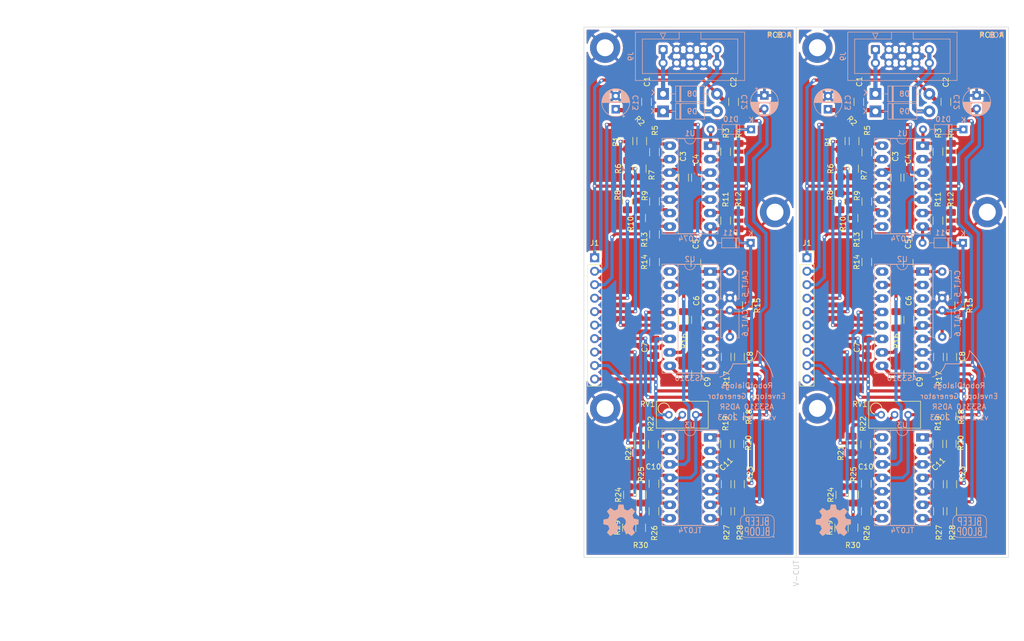
<source format=kicad_pcb>
(kicad_pcb (version 20211014) (generator pcbnew)
  (title_block (title "Envelope Generator AS3310") (date "2023-01-10") (rev "1.1") (company "RobotDialogs"))
  (layers (0 "F.Cu" signal) (31 "B.Cu" signal) (34 "B.Paste" user) (35 "F.Paste" user) (36 "B.SilkS" user "B.Silkscreen") (37 "F.SilkS" user "F.Silkscreen") (38 "B.Mask" user) (39 "F.Mask" user) (44 "Edge.Cuts" user))
  (net 0 "")
  (net 1 "+12V")
  (net 2 "GND")
  (net 3 "-12V")
  (net 4 "Net-(C5-Pad1)")
  (net 5 "-12VA")
  (net 6 "Net-(C6-Pad2)")
  (net 7 "+12VA")
  (net 8 "Net-(C6-Pad1)")
  (net 9 "Net-(C9-Pad1)")
  (net 10 "Net-(D10-Pad2)")
  (net 11 "Net-(D11-Pad2)")
  (net 12 "Net-(R1-Pad1)")
  (net 13 "Net-(R3-Pad2)")
  (net 14 "Net-(R6-Pad1)")
  (net 15 "Net-(R2-Pad2)")
  (net 16 "Net-(R5-Pad2)")
  (net 17 "Net-(R16-Pad1)")
  (net 18 "Net-(R16-Pad2)")
  (net 19 "Net-(R18-Pad1)")
  (net 20 "Net-(R8-Pad1)")
  (net 21 "Net-(R10-Pad2)")
  (net 22 "Net-(R10-Pad1)")
  (net 23 "Net-(R11-Pad2)")
  (net 24 "Net-(R13-Pad1)")
  (net 25 "Net-(R17-Pad1)")
  (net 26 "Net-(R19-Pad2)")
  (net 27 "Net-(R19-Pad1)")
  (net 28 "Net-(R21-Pad2)")
  (net 29 "Net-(R25-Pad1)")
  (net 30 "Net-(R26-Pad1)")
  (net 31 "Net-(R21-Pad1)")
  (net 32 "Net-(R23-Pad1)")
  (net 33 "Net-(R24-Pad1)")
  (net 34 "Net-(R27-Pad1)")
  (net 35 "Net-(R29-Pad1)")
  (net 36 "Net-(R28-Pad2)")
  (net 37 "GATE")
  (net 38 "TRIG")
  (net 39 "OUT")
  (net 40 "ATTACK")
  (net 41 "DECAY")
  (net 42 "SUSTAIN")
  (net 43 "RELEASE")
  (footprint "Capacitor_SMD:C_1206_3216Metric_Pad1.33x1.80mm_HandSolder" (layer "F.Cu") (at 161.2 78.4 -90)
    (fp_text reference "C4")
    (fp_text value "10nF")
  )
  (footprint "Resistor_SMD:R_1206_3216Metric_Pad1.30x1.75mm_HandSolder" (layer "F.Cu") (at 188.4 138.2 -90)
    (fp_text reference "R24")
    (fp_text value "100k")
  )
  (footprint "Resistor_SMD:R_1206_3216Metric_Pad1.30x1.75mm_HandSolder" (layer "F.Cu") (at 166.7 86.5 90)
    (fp_text reference "R11")
    (fp_text value "100k")
  )
  (footprint "Resistor_SMD:R_1206_3216Metric_Pad1.30x1.75mm_HandSolder" (layer "F.Cu") (at 209.3 136.2 90)
    (fp_text reference "R23")
    (fp_text value "100k")
  )
  (footprint "Resistor_SMD:R_1206_3216Metric_Pad1.30x1.75mm_HandSolder" (layer "F.Cu") (at 193.3 89.1 90)
    (fp_text reference "R13")
    (fp_text value "10k")
  )
  (footprint "Resistor_SMD:R_1206_3216Metric_Pad1.30x1.75mm_HandSolder" (layer "F.Cu") (at 209.2 86.5 -90)
    (fp_text reference "R12")
    (fp_text value "100k")
  )
  (footprint "Capacitor_SMD:C_1206_3216Metric_Pad1.33x1.80mm_HandSolder" (layer "F.Cu") (at 201.2 78.4 -90)
    (fp_text reference "C4")
    (fp_text value "10nF")
  )
  (footprint "Connector_PinSocket_2.54mm:PinSocket_1x10_P2.54mm_Vertical" (layer "F.Cu") (at 142.025 93.5)
    (fp_text reference "J1")
    (fp_text value "Conn_01x10")
  )
  (footprint "Resistor_SMD:R_1206_3216Metric_Pad1.30x1.75mm_HandSolder" (layer "F.Cu") (at 206.7 128.6 -90)
    (fp_text reference "R19")
    (fp_text value "100k")
  )
  (footprint "Resistor_SMD:R_1206_3216Metric_Pad1.30x1.75mm_HandSolder" (layer "F.Cu") (at 148.4 138.2 -90)
    (fp_text reference "R24")
    (fp_text value "100k")
  )
  (footprint "Capacitor_SMD:C_1206_3216Metric_Pad1.33x1.80mm_HandSolder" (layer "F.Cu") (at 201.1 94.5 90)
    (fp_text reference "C5")
    (fp_text value "39nF")
  )
  (footprint "Resistor_SMD:R_1206_3216Metric_Pad1.30x1.75mm_HandSolder" (layer "F.Cu") (at 198.8 105.2 -90)
    (fp_text reference "R16")
    (fp_text value "30k")
  )
  (footprint "Resistor_SMD:R_1206_3216Metric_Pad1.30x1.75mm_HandSolder" (layer "F.Cu") (at 190.7 86 90)
    (fp_text reference "R10")
    (fp_text value "100k")
  )
  (footprint "Resistor_SMD:R_1206_3216Metric_Pad1.30x1.75mm_HandSolder" (layer "F.Cu") (at 166.8 112.2 -90)
    (fp_text reference "R17")
    (fp_text value "470")
  )
  (footprint "Resistor_SMD:R_1206_3216Metric_Pad1.30x1.75mm_HandSolder" (layer "F.Cu") (at 209.2 128.6 90)
    (fp_text reference "R20")
    (fp_text value "100k")
  )
  (footprint "Resistor_SMD:R_1206_3216Metric_Pad1.30x1.75mm_HandSolder" (layer "F.Cu") (at 150.9 71.5 90)
    (fp_text reference "R2")
    (fp_text value "10k")
  )
  (footprint "Resistor_SMD:R_1206_3216Metric_Pad1.30x1.75mm_HandSolder" (layer "F.Cu") (at 193.1 128.7 -90)
    (fp_text reference "R22")
    (fp_text value "100k")
  )
  (footprint "Resistor_SMD:R_1206_3216Metric_Pad1.30x1.75mm_HandSolder" (layer "F.Cu") (at 169.2 123.4 90)
    (fp_text reference "R18")
    (fp_text value "100k")
  )
  (footprint "Resistor_SMD:R_1206_3216Metric_Pad1.30x1.75mm_HandSolder" (layer "F.Cu") (at 169.2 73.5 90)
    (fp_text reference "R4")
    (fp_text value "100k")
  )
  (footprint "Capacitor_SMD:C_1206_3216Metric_Pad1.33x1.80mm_HandSolder" (layer "F.Cu") (at 201.2 105.2 -90)
    (fp_text reference "C6")
    (fp_text value "1uF")
  )
  (footprint "Resistor_SMD:R_1206_3216Metric_Pad1.30x1.75mm_HandSolder" (layer "F.Cu") (at 150.8 76.7 -90)
    (fp_text reference "R7")
    (fp_text value "100k")
  )
  (footprint "MountingHole:MountingHole_3.2mm_M3_ISO7380_Pad_TopBottom" (layer "F.Cu") (at 144 121.9)
    (fp_text reference "H5" hide)
    (fp_text value "MountingHole_Pad")
  )
  (footprint "Capacitor_SMD:C_1206_3216Metric_Pad1.33x1.80mm_HandSolder" (layer "F.Cu") (at 191.8 64.1 90)
    (fp_text reference "C1")
    (fp_text value "10nF")
  )
  (footprint "Resistor_SMD:R_1206_3216Metric_Pad1.30x1.75mm_HandSolder" (layer "F.Cu") (at 209.3 141.3 90)
    (fp_text reference "R28")
    (fp_text value "10k")
  )
  (footprint "Resistor_SMD:R_1206_3216Metric_Pad1.30x1.75mm_HandSolder" (layer "F.Cu") (at 148.3 71.5 -90)
    (fp_text reference "R1")
    (fp_text value "470")
  )
  (footprint "Capacitor_SMD:C_1206_3216Metric_Pad1.33x1.80mm_HandSolder" (layer "F.Cu") (at 161.2 105.2 -90)
    (fp_text reference "C6")
    (fp_text value "1uF")
  )
  (footprint "Resistor_SMD:R_1206_3216Metric_Pad1.30x1.75mm_HandSolder" (layer "F.Cu") (at 206.8 112.2 -90)
    (fp_text reference "R17")
    (fp_text value "470")
  )
  (footprint "Resistor_SMD:R_1206_3216Metric_Pad1.30x1.75mm_HandSolder" (layer "F.Cu") (at 188.3 76.7 90)
    (fp_text reference "R6")
    (fp_text value "100k")
  )
  (footprint "Capacitor_SMD:C_1206_3216Metric_Pad1.33x1.80mm_HandSolder" (layer "F.Cu") (at 161.1 94.5 90)
    (fp_text reference "C5")
    (fp_text value "39nF")
  )
  (footprint "Resistor_SMD:R_1206_3216Metric_Pad1.30x1.75mm_HandSolder" (layer "F.Cu") (at 193.3 73.6 -90)
    (fp_text reference "R5")
    (fp_text value "100k")
  )
  (footprint "Capacitor_SMD:C_1206_3216Metric_Pad1.33x1.80mm_HandSolder" (layer "F.Cu") (at 193.3 110.4 90)
    (fp_text reference "C7")
    (fp_text value "10nF")
  )
  (footprint "MountingHole:MountingHole_3.2mm_M3_ISO7380_Pad_TopBottom" (layer "F.Cu") (at 144 53.9)
    (fp_text reference "H1" hide)
    (fp_text value "MountingHole_Pad")
  )
  (footprint "MountingHole:MountingHole_3.2mm_M3_ISO7380_Pad_TopBottom" (layer "F.Cu") (at 184 121.9)
    (fp_text reference "H5" hide)
    (fp_text value "MountingHole_Pad")
  )
  (footprint "MountingHole:MountingHole_3.2mm_M3_ISO7380_Pad_TopBottom" (layer "F.Cu") (at 176 84.9)
    (fp_text reference "H3" hide)
    (fp_text value "MountingHole_Pad")
  )
  (footprint "Resistor_SMD:R_1206_3216Metric_Pad1.30x1.75mm_HandSolder" (layer "F.Cu") (at 188.2 82.9 -90)
    (fp_text reference "R8")
    (fp_text value "100k")
  )
  (footprint "Resistor_SMD:R_1206_3216Metric_Pad1.30x1.75mm_HandSolder" (layer "F.Cu") (at 166.8 141.3 90)
    (fp_text reference "R27")
    (fp_text value "100k")
  )
  (footprint "Resistor_SMD:R_1206_3216Metric_Pad1.30x1.75mm_HandSolder" (layer "F.Cu") (at 210.8 102.5 90)
    (fp_text reference "R15")
    (fp_text value "10k")
  )
  (footprint "Resistor_SMD:R_1206_3216Metric_Pad1.30x1.75mm_HandSolder" (layer "F.Cu") (at 150.7 86 90)
    (fp_text reference "R10")
    (fp_text value "100k")
  )
  (footprint "Capacitor_SMD:C_1206_3216Metric_Pad1.33x1.80mm_HandSolder" (layer "F.Cu") (at 153.3 110.4 90)
    (fp_text reference "C7")
    (fp_text value "10nF")
  )
  (footprint "Resistor_SMD:R_1206_3216Metric_Pad1.30x1.75mm_HandSolder" (layer "F.Cu") (at 153.1 128.7 -90)
    (fp_text reference "R22")
    (fp_text value "100k")
  )
  (footprint "Resistor_SMD:R_1206_3216Metric_Pad1.30x1.75mm_HandSolder" (layer "F.Cu") (at 153.3 94.3 -90)
    (fp_text reference "R14")
    (fp_text value "470")
  )
  (footprint "Capacitor_SMD:C_1206_3216Metric_Pad1.33x1.80mm_HandSolder" (layer "F.Cu") (at 208.2 64.1 -90)
    (fp_text reference "C2")
    (fp_text value "10nF")
  )
  (footprint "Resistor_SMD:R_1206_3216Metric_Pad1.30x1.75mm_HandSolder" (layer "F.Cu") (at 166.7 128.6 -90)
    (fp_text reference "R19")
    (fp_text value "100k")
  )
  (footprint "Resistor_SMD:R_1206_3216Metric_Pad1.30x1.75mm_HandSolder" (layer "F.Cu") (at 150.5 128.7 90)
    (fp_text reference "R21")
    (fp_text value "100k")
  )
  (footprint "Resistor_SMD:R_1206_3216Metric_Pad1.30x1.75mm_HandSolder" (layer "F.Cu") (at 190.8 76.7 -90)
    (fp_text reference "R7")
    (fp_text value "100k")
  )
  (footprint "Resistor_SMD:R_1206_3216Metric_Pad1.30x1.75mm_HandSolder" (layer "F.Cu") (at 193.3 82.9 90)
    (fp_text reference "R9")
    (fp_text value "100k")
  )
  (footprint "Resistor_SMD:R_1206_3216Metric_Pad1.30x1.75mm_HandSolder" (layer "F.Cu") (at 206.7 86.5 90)
    (fp_text reference "R11")
    (fp_text value "100k")
  )
  (footprint "Capacitor_SMD:C_1206_3216Metric_Pad1.33x1.80mm_HandSolder" (layer "F.Cu") (at 153.2 136.1 -90)
    (fp_text reference "C10")
    (fp_text value "10nF")
  )
  (footprint "Resistor_SMD:R_1206_3216Metric_Pad1.30x1.75mm_HandSolder" (layer "F.Cu") (at 209.2 73.5 90)
    (fp_text reference "R4")
    (fp_text value "100k")
  )
  (footprint "Resistor_SMD:R_1206_3216Metric_Pad1.30x1.75mm_HandSolder" (layer "F.Cu") (at 169.3 141.3 90)
    (fp_text reference "R28")
    (fp_text value "10k")
  )
  (footprint "Potentiometer_THT:Potentiometer_Bourns_3296W_Vertical" (layer "F.Cu") (at 196 123.1 180)
    (fp_text reference "RV1")
    (fp_text value "100k")
  )
  (footprint "Capacitor_SMD:C_1206_3216Metric_Pad1.33x1.80mm_HandSolder" (layer "F.Cu") (at 161.2 115.5 -90)
    (fp_text reference "C9")
    (fp_text value "10nF")
  )
  (footprint "Capacitor_SMD:C_1206_3216Metric_Pad1.33x1.80mm_HandSolder" (layer "F.Cu") (at 169.3 112.2 -90)
    (fp_text reference "C8")
    (fp_text value "10nF")
  )
  (footprint "Resistor_SMD:R_1206_3216Metric_Pad1.30x1.75mm_HandSolder" (layer "F.Cu") (at 188.3 71.5 -90)
    (fp_text reference "R1")
    (fp_text value "470")
  )
  (footprint "Resistor_SMD:R_1206_3216Metric_Pad1.30x1.75mm_HandSolder" (layer "F.Cu") (at 150.7 144.4 -90)
    (fp_text reference "R30")
    (fp_text value "10k")
  )
  (footprint "Resistor_SMD:R_1206_3216Metric_Pad1.30x1.75mm_HandSolder" (layer "F.Cu") (at 153.3 73.6 -90)
    (fp_text reference "R5")
    (fp_text value "100k")
  )
  (footprint "My Stuff:Logo2" (layer "F.Cu") (at 212.7 144.1)
    (fp_text reference "LOGO2" hide)
    (fp_text value "logo1" hide)
  )
  (footprint "Resistor_SMD:R_1206_3216Metric_Pad1.30x1.75mm_HandSolder" (layer "F.Cu") (at 169.3 136.2 90)
    (fp_text reference "R23")
    (fp_text value "100k")
  )
  (footprint "Resistor_SMD:R_1206_3216Metric_Pad1.30x1.75mm_HandSolder" (layer "F.Cu") (at 190.8 138.2 90)
    (fp_text reference "R25")
    (fp_text value "100k")
  )
  (footprint "Resistor_SMD:R_1206_3216Metric_Pad1.30x1.75mm_HandSolder" (layer "F.Cu") (at 193.3 94.3 -90)
    (fp_text reference "R14")
    (fp_text value "470")
  )
  (footprint "Resistor_SMD:R_1206_3216Metric_Pad1.30x1.75mm_HandSolder" (layer "F.Cu") (at 209.2 123.4 90)
    (fp_text reference "R18")
    (fp_text value "100k")
  )
  (footprint "Resistor_SMD:R_1206_3216Metric_Pad1.30x1.75mm_HandSolder" (layer "F.Cu") (at 148.3 76.7 90)
    (fp_text reference "R6")
    (fp_text value "100k")
  )
  (footprint "Resistor_SMD:R_1206_3216Metric_Pad1.30x1.75mm_HandSolder" (layer "F.Cu") (at 150.8 138.2 90)
    (fp_text reference "R25")
    (fp_text value "100k")
  )
  (footprint "Capacitor_SMD:C_1206_3216Metric_Pad1.33x1.80mm_HandSolder" (layer "F.Cu") (at 201.2 115.5 -90)
    (fp_text reference "C9")
    (fp_text value "10nF")
  )
  (footprint "Resistor_SMD:R_1206_3216Metric_Pad1.30x1.75mm_HandSolder" (layer "F.Cu") (at 169.2 128.6 90)
    (fp_text reference "R20")
    (fp_text value "100k")
  )
  (footprint "Resistor_SMD:R_1206_3216Metric_Pad1.30x1.75mm_HandSolder" (layer "F.Cu") (at 169.2 86.5 -90)
    (fp_text reference "R12")
    (fp_text value "100k")
  )
  (footprint "Resistor_SMD:R_1206_3216Metric_Pad1.30x1.75mm_HandSolder" (layer "F.Cu") (at 153.2 141.3 90)
    (fp_text reference "R26")
    (fp_text value "100k")
  )
  (footprint "Resistor_SMD:R_1206_3216Metric_Pad1.30x1.75mm_HandSolder" (layer "F.Cu") (at 188.2 144.4 -90)
    (fp_text reference "R29")
    (fp_text value "470")
  )
  (footprint "MountingHole:MountingHole_3.2mm_M3_ISO7380_Pad_TopBottom" (layer "F.Cu") (at 216 84.9)
    (fp_text reference "H3" hide)
    (fp_text value "MountingHole_Pad")
  )
  (footprint "Capacitor_SMD:C_1206_3216Metric_Pad1.33x1.80mm_HandSolder" (layer "F.Cu") (at 166.8 136.2 90)
    (fp_text reference "C11")
    (fp_text value "10nF")
  )
  (footprint "Resistor_SMD:R_1206_3216Metric_Pad1.30x1.75mm_HandSolder" (layer "F.Cu") (at 148.2 144.4 -90)
    (fp_text reference "R29")
    (fp_text value "470")
  )
  (footprint "Potentiometer_THT:Potentiometer_Bourns_3296W_Vertical" (layer "F.Cu") (at 156 123.1 180)
    (fp_text reference "RV1")
    (fp_text value "100k")
  )
  (footprint "Resistor_SMD:R_1206_3216Metric_Pad1.30x1.75mm_HandSolder" (layer "F.Cu") (at 190.5 128.7 90)
    (fp_text reference "R21")
    (fp_text value "100k")
  )
  (footprint "Capacitor_SMD:C_1206_3216Metric_Pad1.33x1.80mm_HandSolder" (layer "F.Cu") (at 198.8 78.4 90)
    (fp_text reference "C3")
    (fp_text value "10nF")
  )
  (footprint "Resistor_SMD:R_1206_3216Metric_Pad1.30x1.75mm_HandSolder" (layer "F.Cu") (at 158.8 105.2 -90)
    (fp_text reference "R16")
    (fp_text value "30k")
  )
  (footprint "Capacitor_SMD:C_1206_3216Metric_Pad1.33x1.80mm_HandSolder" (layer "F.Cu") (at 158.8 78.4 90)
    (fp_text reference "C3")
    (fp_text value "10nF")
  )
  (footprint "Resistor_SMD:R_1206_3216Metric_Pad1.30x1.75mm_HandSolder" (layer "F.Cu") (at 206.7 73.5 -90)
    (fp_text reference "R3")
    (fp_text value "100k")
  )
  (footprint "Capacitor_SMD:C_1206_3216Metric_Pad1.33x1.80mm_HandSolder" (layer "F.Cu") (at 151.8 64.1 90)
    (fp_text reference "C1")
    (fp_text value "10nF")
  )
  (footprint "Capacitor_SMD:C_1206_3216Metric_Pad1.33x1.80mm_HandSolder" (layer "F.Cu") (at 193.2 136.1 -90)
    (fp_text reference "C10")
    (fp_text value "10nF")
  )
  (footprint "Resistor_SMD:R_1206_3216Metric_Pad1.30x1.75mm_HandSolder" (layer "F.Cu") (at 166.7 73.5 -90)
    (fp_text reference "R3")
    (fp_text value "100k")
  )
  (footprint "Resistor_SMD:R_1206_3216Metric_Pad1.30x1.75mm_HandSolder" (layer "F.Cu") (at 148.2 82.9 -90)
    (fp_text reference "R8")
    (fp_text value "100k")
  )
  (footprint "Resistor_SMD:R_1206_3216Metric_Pad1.30x1.75mm_HandSolder" (layer "F.Cu") (at 193.2 141.3 90)
    (fp_text reference "R26")
    (fp_text value "100k")
  )
  (footprint "Resistor_SMD:R_1206_3216Metric_Pad1.30x1.75mm_HandSolder" (layer "F.Cu") (at 206.8 141.3 90)
    (fp_text reference "R27")
    (fp_text value "100k")
  )
  (footprint "Capacitor_SMD:C_1206_3216Metric_Pad1.33x1.80mm_HandSolder" (layer "F.Cu") (at 168.2 64.1 -90)
    (fp_text reference "C2")
    (fp_text value "10nF")
  )
  (footprint "Capacitor_SMD:C_1206_3216Metric_Pad1.33x1.80mm_HandSolder" (layer "F.Cu") (at 206.8 136.2 90)
    (fp_text reference "C11")
    (fp_text value "10nF")
  )
  (footprint "Resistor_SMD:R_1206_3216Metric_Pad1.30x1.75mm_HandSolder" (layer "F.Cu") (at 190.7 144.4 -90)
    (fp_text reference "R30")
    (fp_text value "10k")
  )
  (footprint "MountingHole:MountingHole_3.2mm_M3_ISO7380_Pad_TopBottom" (layer "F.Cu") (at 184 53.9)
    (fp_text reference "H1" hide)
    (fp_text value "MountingHole_Pad")
  )
  (footprint "Resistor_SMD:R_1206_3216Metric_Pad1.30x1.75mm_HandSolder" (layer "F.Cu") (at 153.3 82.9 90)
    (fp_text reference "R9")
    (fp_text value "100k")
  )
  (footprint "My Stuff:Logo2" (layer "F.Cu") (at 172.7 144.1)
    (fp_text reference "LOGO2" hide)
    (fp_text value "logo1" hide)
  )
  (footprint "Connector_PinSocket_2.54mm:PinSocket_1x10_P2.54mm_Vertical" (layer "F.Cu") (at 182.025 93.5)
    (fp_text reference "J1")
    (fp_text value "Conn_01x10")
  )
  (footprint "Capacitor_SMD:C_1206_3216Metric_Pad1.33x1.80mm_HandSolder" (layer "F.Cu") (at 209.3 112.2 -90)
    (fp_text reference "C8")
    (fp_text value "10nF")
  )
  (footprint "Resistor_SMD:R_1206_3216Metric_Pad1.30x1.75mm_HandSolder" (layer "F.Cu") (at 153.3 89.1 90)
    (fp_text reference "R13")
    (fp_text value "10k")
  )
  (footprint "Resistor_SMD:R_1206_3216Metric_Pad1.30x1.75mm_HandSolder" (layer "F.Cu") (at 170.8 102.5 90)
    (fp_text reference "R15")
    (fp_text value "10k")
  )
  (footprint "Resistor_SMD:R_1206_3216Metric_Pad1.30x1.75mm_HandSolder" (layer "F.Cu") (at 190.9 71.5 90)
    (fp_text reference "R2")
    (fp_text value "10k")
  )
  (footprint "Capacitor_THT:CP_Radial_D5.0mm_P2.50mm" (layer "B.Cu") (at 214 62.894888 -90)
    (fp_text reference "C12")
    (fp_text value "100uF")
  )
  (footprint "Package_DIP:DIP-16_W7.62mm_Socket_LongPads" (layer "B.Cu") (at 163.8 96.1 180)
    (fp_text reference "U2")
    (fp_text value "AS3310")
  )
  (footprint "Diode_THT:D_DO-34_SOD68_P7.62mm_Horizontal" (layer "B.Cu") (at 171.415 90.7 180)
    (fp_text reference "D11")
    (fp_text value "D")
  )
  (footprint "Diode_THT:D_DO-34_SOD68_P7.62mm_Horizontal" (layer "B.Cu") (at 211.5 69.3 180)
    (fp_text reference "D10")
    (fp_text value "D")
  )
  (footprint "Capacitor_THT:C_Disc_D5.1mm_W3.2mm_P5.00mm" (layer "B.Cu") (at 167.5 96.1 -90)
    (fp_text reference "CALT_5")
    (fp_text value "39nF")
  )
  (footprint "Connector_IDC:IDC-Header_2x05_P2.54mm_Vertical" (layer "B.Cu") (at 154.92 54.2475 -90)
    (fp_text reference "J9")
    (fp_text value "Conn_02x05_Odd_Even")
  )
  (footprint "Diode_THT:D_DO-41_SOD81_P10.16mm_Horizontal" (layer "B.Cu") (at 154.92 65.9)
    (fp_text reference "D9")
    (fp_text value "D")
  )
  (footprint "Diode_THT:D_DO-41_SOD81_P10.16mm_Horizontal" (layer "B.Cu") (at 154.92 62.6)
    (fp_text reference "D8")
    (fp_text value "D")
  )
  (footprint "Capacitor_THT:CP_Radial_D5.0mm_P2.50mm" (layer "B.Cu") (at 186 65.5 90)
    (fp_text reference "C13")
    (fp_text value "100uF")
  )
  (footprint "Capacitor_THT:C_Disc_D5.1mm_W3.2mm_P5.00mm" (layer "B.Cu") (at 207.5 103.4 -90)
    (fp_text reference "CALT_6")
    (fp_text value "1uF")
  )
  (footprint "Connector_IDC:IDC-Header_2x05_P2.54mm_Vertical" (layer "B.Cu") (at 194.92 54.2475 -90)
    (fp_text reference "J9")
    (fp_text value "Conn_02x05_Odd_Even")
  )
  (footprint "Package_DIP:DIP-16_W7.62mm_Socket_LongPads" (layer "B.Cu") (at 203.8 96.1 180)
    (fp_text reference "U2")
    (fp_text value "AS3310")
  )
  (footprint "Capacitor_THT:CP_Radial_D5.0mm_P2.50mm" (layer "B.Cu") (at 146 65.5 90)
    (fp_text reference "C13")
    (fp_text value "100uF")
  )
  (footprint "Symbol:OSHW-Symbol_6.7x6mm_SilkScreen" (layer "B.Cu") (at 187 143 180)
    (fp_text reference "LOGO3" hide)
    (fp_text value "Logo_Open_Hardware_Small" hide)
  )
  (footprint "Diode_THT:D_DO-34_SOD68_P7.62mm_Horizontal" (layer "B.Cu") (at 211.415 90.7 180)
    (fp_text reference "D11")
    (fp_text value "D")
  )
  (footprint "Package_DIP:DIP-14_W7.62mm_Socket_LongPads" (layer "B.Cu") (at 203.8 72.375 180)
    (fp_text reference "U1")
    (fp_text value "TL074")
  )
  (footprint "Diode_THT:D_DO-34_SOD68_P7.62mm_Horizontal" (layer "B.Cu") (at 171.5 69.3 180)
    (fp_text reference "D10")
    (fp_text value "D")
  )
  (footprint "Symbol:OSHW-Symbol_6.7x6mm_SilkScreen" (layer "B.Cu") (at 147 143 180)
    (fp_text reference "LOGO3" hide)
    (fp_text value "Logo_Open_Hardware_Small" hide)
  )
  (footprint "Package_DIP:DIP-14_W7.62mm_Socket_LongPads" (layer "B.Cu") (at 203.8 127.375 180)
    (fp_text reference "U3")
    (fp_text value "TL074")
  )
  (footprint "Diode_THT:D_DO-41_SOD81_P10.16mm_Horizontal" (layer "B.Cu") (at 194.92 65.9)
    (fp_text reference "D9")
    (fp_text value "D")
  )
  (footprint "Package_DIP:DIP-14_W7.62mm_Socket_LongPads" (layer "B.Cu") (at 163.8 72.375 180)
    (fp_text reference "U1")
    (fp_text value "TL074")
  )
  (footprint "Capacitor_THT:CP_Radial_D5.0mm_P2.50mm" (layer "B.Cu") (at 174 62.894888 -90)
    (fp_text reference "C12")
    (fp_text value "100uF")
  )
  (footprint "Capacitor_THT:C_Disc_D5.1mm_W3.2mm_P5.00mm" (layer "B.Cu") (at 167.5 103.4 -90)
    (fp_text reference "CALT_6")
    (fp_text value "1uF")
  )
  (footprint "Capacitor_THT:C_Disc_D5.1mm_W3.2mm_P5.00mm" (layer "B.Cu") (at 207.5 96.1 -90)
    (fp_text reference "CALT_5")
    (fp_text value "39nF")
  )
  (footprint "Package_DIP:DIP-14_W7.62mm_Socket_LongPads" (layer "B.Cu") (at 163.8 127.375 180)
    (fp_text reference "U3")
    (fp_text value "TL074")
  )
  (footprint "Diode_THT:D_DO-41_SOD81_P10.16mm_Horizontal" (layer "B.Cu") (at 194.92 62.6)
    (fp_text reference "D8")
    (fp_text value "D")
  )
  (gr_line (start 208.109944 113.5) (end 210.609944 113.5) (layer "B.SilkS") (width 0.15))
  (gr_line (start 168.109944 113.5) (end 170.609944 113.5) (layer "B.SilkS") (width 0.15))
  (gr_arc (start 208.109944 113.5) (mid 207.17529 115.065346) (end 205.609944 116) (layer "B.SilkS") (width 0.15))
  (gr_arc (start 212.609944 111) (mid 212.095649 112.638564) (end 210.609944 113.5) (layer "B.SilkS") (width 0.15))
  (gr_arc (start 172.609944 111) (mid 174.5 113.265966) (end 175.609944 116) (layer "B.SilkS") (width 0.15))
  (gr_arc (start 212.609944 111) (mid 214.5 113.265966) (end 215.609944 116) (layer "B.SilkS") (width 0.15))
  (gr_arc (start 172.609944 111) (mid 172.095649 112.638564) (end 170.609944 113.5) (layer "B.SilkS") (width 0.15))
  (gr_arc (start 168.109944 113.5) (mid 167.17529 115.065346) (end 165.609944 116) (layer "B.SilkS") (width 0.15))
  (gr_arc (start 154.76 122.98) (mid 154.41616 121.09188) (end 156.1328 121.95) (layer "F.SilkS") (width 0.15))
  (gr_arc (start 194.76 122.98) (mid 194.41616 121.09188) (end 196.1328 121.95) (layer "F.SilkS") (width 0.15))
  (gr_rect (start 140 50) (end 220 150) (layer "Edge.Cuts") (width 0.1) (fill none))
  (gr_line (start 180 150) (end 180 50) (layer "Edge.Cuts") (width 0.1))
  (gr_text "TL074" (at 200 144.9) (layer "B.SilkS") (effects (font (size 1 1)) (justify mirror)))
  (gr_text "v1.1 Jan 2023" (at 170.7 123.6) (layer "B.SilkS") (effects (font (size 1 1)) (justify mirror)))
  (gr_text "PCB A" (at 216.9 51.5) (layer "B.SilkS") (effects (font (size 1 1)) (justify mirror)))
  (gr_text "RobotDialogs\n" (at 210.7 117.6) (layer "B.SilkS") (effects (font (size 1 1)) (justify mirror)))
  (gr_text "Envelope Generator" (at 210.7 119.6) (layer "B.SilkS") (effects (font (size 1 1)) (justify mirror)))
  (gr_text "AS3310 ADSR" (at 170.7 121.599999) (layer "B.SilkS") (effects (font (size 1 1)) (justify mirror)))
  (gr_text "TL074" (at 160 89.9) (layer "B.SilkS") (effects (font (size 1 1)) (justify mirror)))
  (gr_text "AS3310" (at 199.9 116.2) (layer "B.SilkS") (effects (font (size 1 1)) (justify mirror)))
  (gr_text "RobotDialogs\n" (at 170.7 117.6) (layer "B.SilkS") (effects (font (size 1 1)) (justify mirror)))
  (gr_text "PCB A" (at 176.9 51.5) (layer "B.SilkS") (effects (font (size 1 1)) (justify mirror)))
  (gr_text "TL074" (at 200 89.9) (layer "B.SilkS") (effects (font (size 1 1)) (justify mirror)))
  (gr_text "TL074" (at 160 144.9) (layer "B.SilkS") (effects (font (size 1 1)) (justify mirror)))
  (gr_text "AS3310 ADSR" (at 210.7 121.599999) (layer "B.SilkS") (effects (font (size 1 1)) (justify mirror)))
  (gr_text "Envelope Generator" (at 170.7 119.6) (layer "B.SilkS") (effects (font (size 1 1)) (justify mirror)))
  (gr_text "v1.1 Jan 2023" (at 210.7 123.6) (layer "B.SilkS") (effects (font (size 1 1)) (justify mirror)))
  (gr_text "AS3310" (at 159.9 116.2) (layer "B.SilkS") (effects (font (size 1 1)) (justify mirror)))
  (gr_text "PCB A" (at 216.8 51.5) (layer "F.SilkS") (effects (font (size 1 1))))
  (gr_text "PCB A" (at 176.8 51.5) (layer "F.SilkS") (effects (font (size 1 1))))
  (gr_text "V-CUT" (at 180 153 90) (layer "Edge.Cuts") (effects (font (size 1 1))))
  (segment (start 146.1625 65.6625) (end 146 65.5) (width 0.8) (layer "F.Cu") (net 1))
  (segment (start 191.8 65.6625) (end 194.682501 65.6625) (width 0.8) (layer "F.Cu") (net 1))
  (segment (start 154.682501 65.6625) (end 154.920001 65.9) (width 0.8) (layer "F.Cu") (net 1))
  (segment (start 210.595 79.995) (end 210.6 80) (width 0.6) (layer "F.Cu") (net 1))
  (segment (start 153.3 108.8375) (end 156.1425 108.8375) (width 0.6) (layer "F.Cu") (net 1))
  (segment (start 171.6 118.6) (end 153.6 118.6) (width 0.6) (layer "F.Cu") (net 1))
  (segment (start 153.6 118.6) (end 153.56 118.64) (width 0.6) (layer "F.Cu") (net 1))
  (segment (start 207 136) (end 211.6 136) (width 0.6) (layer "F.Cu") (net 1))
  (segment (start 166.8 134.6375) (end 166.8 135.8) (width 0.6) (layer "F.Cu") (net 1))
  (segment (start 154.920001 65.9) (end 160.9 65.9) (width 0.6) (layer "F.Cu") (net 1))
  (segment (start 204.1575 134.6375) (end 203.8 134.995) (width 0.6) (layer "F.Cu") (net 1))
  (segment (start 160.9 65.9) (end 162.7 67.7) (width 0.6) (layer "F.Cu") (net 1))
  (segment (start 191.8 65.6625) (end 186.1625 65.6625) (width 0.8) (layer "F.Cu") (net 1))
  (segment (start 206.8 134.6375) (end 204.1575 134.6375) (width 0.6) (layer "F.Cu") (net 1))
  (segment (start 170.595 79.995) (end 170.6 80) (width 0.6) (layer "F.Cu") (net 1))
  (segment (start 182.025 116.36) (end 193.56 116.36) (width 0.6) (layer "F.Cu") (net 1))
  (segment (start 193.3 108.8375) (end 196.1425 108.8375) (width 0.6) (layer "F.Cu") (net 1))
  (segment (start 166.8 135.8) (end 167 136) (width 0.6) (layer "F.Cu") (net 1))
  (segment (start 142.025 116.36) (end 153.56 116.36) (width 0.6) (layer "F.Cu") (net 1))
  (segment (start 163.7575 80.0375) (end 163.8 79.995) (width 0.6) (layer "F.Cu") (net 1))
  (segment (start 206.8 134.6375) (end 206.8 135.8) (width 0.6) (layer "F.Cu") (net 1))
  (segment (start 151.8 65.6625) (end 154.682501 65.6625) (width 0.8) (layer "F.Cu") (net 1))
  (segment (start 211.6 118.6) (end 211.6 119.7) (width 0.6) (layer "F.Cu") (net 1))
  (segment (start 203.7575 80.0375) (end 203.8 79.995) (width 0.6) (layer "F.Cu") (net 1))
  (segment (start 161.3 80.0375) (end 163.7575 80.0375) (width 0.6) (layer "F.Cu") (net 1))
  (segment (start 164.1575 134.6375) (end 163.8 134.995) (width 0.6) (layer "F.Cu") (net 1))
  (segment (start 171.6 118.6) (end 171.6 119.7) (width 0.6) (layer "F.Cu") (net 1))
  (segment (start 186.1625 65.6625) (end 186 65.5) (width 0.8) (layer "F.Cu") (net 1))
  (segment (start 156.1425 108.8375) (end 156.18 108.8) (width 0.6) (layer "F.Cu") (net 1))
  (segment (start 162.7 67.7) (end 173 67.7) (width 0.6) (layer "F.Cu") (net 1))
  (segment (start 193.6 118.6) (end 193.56 118.64) (width 0.6) (layer "F.Cu") (net 1))
  (segment (start 202.7 67.7) (end 213 67.7) (width 0.6) (layer "F.Cu") (net 1))
  (segment (start 193.56 118.64) (end 193.56 116.36) (width 0.6) (layer "F.Cu") (net 1))
  (segment (start 196.1425 108.8375) (end 196.18 108.8) (width 0.6) (layer "F.Cu") (net 1))
  (segment (start 151.8 65.6625) (end 146.1625 65.6625) (width 0.8) (layer "F.Cu") (net 1))
  (segment (start 163.8 79.995) (end 170.595 79.995) (width 0.6) (layer "F.Cu") (net 1))
  (segment (start 201.3 80.0375) (end 203.7575 80.0375) (width 0.6) (layer "F.Cu") (net 1))
  (segment (start 194.682501 65.6625) (end 194.920001 65.9) (width 0.8) (layer "F.Cu") (net 1))
  (segment (start 167 136) (end 171.6 136) (width 0.6) (layer "F.Cu") (net 1))
  (segment (start 166.8 134.6375) (end 164.1575 134.6375) (width 0.6) (layer "F.Cu") (net 1))
  (segment (start 153.56 118.64) (end 153.56 116.36) (width 0.6) (layer "F.Cu") (net 1))
  (segment (start 200.9 65.9) (end 202.7 67.7) (width 0.6) (layer "F.Cu") (net 1))
  (segment (start 203.8 79.995) (end 210.595 79.995) (width 0.6) (layer "F.Cu") (net 1))
  (segment (start 211.6 118.6) (end 193.6 118.6) (width 0.6) (layer "F.Cu") (net 1))
  (segment (start 206.8 135.8) (end 207 136) (width 0.6) (layer "F.Cu") (net 1))
  (segment (start 194.920001 65.9) (end 200.9 65.9) (width 0.6) (layer "F.Cu") (net 1))
  (via (at 153.56 116.36) (size 0.7) (drill 0.4) (layers "F.Cu" "B.Cu") (net 1))
  (via (at 171.6 119.7) (size 0.7) (drill 0.4) (layers "F.Cu" "B.Cu") (net 1))
  (via (at 173 67.7) (size 0.7) (drill 0.4) (layers "F.Cu" "B.Cu") (net 1))
  (via (at 193.56 116.36) (size 0.7) (drill 0.4) (layers "F.Cu" "B.Cu") (net 1))
  (via (at 170.6 80) (size 0.7) (drill 0.4) (layers "F.Cu" "B.Cu") (net 1))
  (via (at 213 67.7) (size 0.7) (drill 0.4) (layers "F.Cu" "B.Cu") (net 1))
  (via (at 193.56 117.46) (size 0.7) (drill 0.4) (layers "F.Cu" "B.Cu") (net 1))
  (via (at 193.56 118.64) (size 0.7) (drill 0.4) (layers "F.Cu" "B.Cu") (net 1))
  (via (at 211.6 118.6) (size 0.7) (drill 0.4) (layers "F.Cu" "B.Cu") (net 1))
  (via (at 211.6 136) (size 0.7) (drill 0.4) (layers "F.Cu" "B.Cu") (net 1))
  (via (at 210.6 80) (size 0.7) (drill 0.4) (layers "F.Cu" "B.Cu") (net 1))
  (via (at 153.56 118.64) (size 0.7) (drill 0.4) (layers "F.Cu" "B.Cu") (net 1))
  (via (at 171.6 136) (size 0.7) (drill 0.4) (layers "F.Cu" "B.Cu") (net 1))
  (via (at 211.6 119.7) (size 0.7) (drill 0.4) (layers "F.Cu" "B.Cu") (net 1))
  (via (at 153.56 117.46) (size 0.7) (drill 0.4) (layers "F.Cu" "B.Cu") (net 1))
  (via (at 171.6 118.6) (size 0.7) (drill 0.4) (layers "F.Cu" "B.Cu") (net 1))
  (segment (start 193.56 116.36) (end 193.56 117.46) (width 0.6) (layer "B.Cu") (net 1))
  (segment (start 173 102.3) (end 173 89.5) (width 0.6) (layer "B.Cu") (net 1))
  (segment (start 193.6 108.8) (end 193.56 108.84) (width 0.6) (layer "B.Cu") (net 1))
  (segment (start 213.2 71.5) (end 213.2 67.9) (width 0.6) (layer "B.Cu") (net 1))
  (segment (start 173 89.5) (end 170.6 87.1) (width 0.6) (layer "B.Cu") (net 1))
  (segment (start 153.6 108.8) (end 153.56 108.84) (width 0.6) (layer "B.Cu") (net 1))
  (segment (start 153.56 122.76) (end 153.9 123.1) (width 0.6) (layer "B.Cu") (net 1))
  (segment (start 153.56 116.36) (end 153.56 117.46) (width 0.6) (layer "B.Cu") (net 1))
  (segment (start 173.2 71.5) (end 173.2 67.9) (width 0.6) (layer "B.Cu") (net 1))
  (segment (start 173.2 67.9) (end 173 67.7) (width 0.6) (layer "B.Cu") (net 1))
  (segment (start 211.6 119.7) (end 211.6 103.7) (width 0.6) (layer "B.Cu") (net 1))
  (segment (start 193.56 118.64) (end 193.56 122.76) (width 0.6) (layer "B.Cu") (net 1))
  (segment (start 193.56 122.76) (end 193.9 123.1) (width 0.6) (layer "B.Cu") (net 1))
  (segment (start 193.9 123.1) (end 196 123.1) (width 0.6) (layer "B.Cu") (net 1))
  (segment (start 153.56 108.84) (end 153.56 116.36) (width 0.6) (layer "B.Cu") (net 1))
  (segment (start 156.18 108.8) (end 153.6 108.8) (width 0.6) (layer "B.Cu") (net 1))
  (segment (start 171.6 119.7) (end 171.6 103.7) (width 0.6) (layer "B.Cu") (net 1))
  (segment (start 153.56 118.64) (end 153.56 122.76) (width 0.6) (layer "B.Cu") (net 1))
  (segment (start 170.6 87.1) (end 170.6 80) (width 0.6) (layer "B.Cu") (net 1))
  (segment (start 210.6 80) (end 210.6 74.1) (width 0.6) (layer "B.Cu") (net 1))
  (segment (start 213.2 67.9) (end 213 67.7) (width 0.6) (layer "B.Cu") (net 1))
  (segment (start 153.56 117.46) (end 153.56 118.64) (width 0.6) (layer "B.Cu") (net 1))
  (segment (start 153.9 123.1) (end 156 123.1) (width 0.6) (layer "B.Cu") (net 1))
  (segment (start 170.6 74.1) (end 173.2 71.5) (width 0.6) (layer "B.Cu") (net 1))
  (segment (start 171.6 103.7) (end 173 102.3) (width 0.6) (layer "B.Cu") (net 1))
  (segment (start 213 89.5) (end 210.6 87.1) (width 0.6) (layer "B.Cu") (net 1))
  (segment (start 211.6 136) (end 211.6 119.7) (width 0.6) (layer "B.Cu") (net 1))
  (segment (start 211.6 103.7) (end 213 102.3) (width 0.6) (layer "B.Cu") (net 1))
  (segment (start 210.6 74.1) (end 213.2 71.5) (width 0.6) (layer "B.Cu") (net 1))
  (segment (start 196.18 108.8) (end 193.6 108.8) (width 0.6) (layer "B.Cu") (net 1))
  (segment (start 193.56 108.84) (end 193.56 116.36) (width 0.6) (layer "B.Cu") (net 1))
  (segment (start 213 102.3) (end 213 89.5) (width 0.6) (layer "B.Cu") (net 1))
  (segment (start 193.56 117.46) (end 193.56 118.64) (width 0.6) (layer "B.Cu") (net 1))
  (segment (start 170.6 80) (end 170.6 74.1) (width 0.6) (layer "B.Cu") (net 1))
  (segment (start 210.6 87.1) (end 210.6 80) (width 0.6) (layer "B.Cu") (net 1))
  (segment (start 171.6 136) (end 171.6 119.7) (width 0.6) (layer "B.Cu") (net 1))
  (segment (start 156.7975 76.8375) (end 156.18 77.455) (width 0.6) (layer "F.Cu") (net 2))
  (segment (start 206.8 137.7625) (end 204.0275 137.7625) (width 0.6) (layer "F.Cu") (net 2))
  (segment (start 158.8 76.8375) (end 156.7975 76.8375) (width 0.6) (layer "F.Cu") (net 2))
  (segment (start 153.2 137.6625) (end 156.0525 137.6625) (width 0.6) (layer "F.Cu") (net 2))
  (segment (start 166.8 137.7625) (end 164.0275 137.7625) (width 0.6) (layer "F.Cu") (net 2))
  (segment (start 204.0275 137.7625) (end 203.8 137.535) (width 0.6) (layer "F.Cu") (net 2))
  (segment (start 193.2 137.6625) (end 196.0525 137.6625) (width 0.6) (layer "F.Cu") (net 2))
  (segment (start 198.8 76.8375) (end 196.7975 76.8375) (width 0.6) (layer "F.Cu") (net 2))
  (segment (start 164.0275 137.7625) (end 163.8 137.535) (width 0.6) (layer "F.Cu") (net 2))
  (segment (start 196.0525 137.6625) (end 196.18 137.535) (width 0.6) (layer "F.Cu") (net 2))
  (segment (start 196.7975 76.8375) (end 196.18 77.455) (width 0.6) (layer "F.Cu") (net 2))
  (segment (start 156.0525 137.6625) (end 156.18 137.535) (width 0.6) (layer "F.Cu") (net 2))
  (segment (start 196.18 79.995) (end 182.045 79.995) (width 0.6) (layer "F.Cu") (net 3))
  (segment (start 183.4 60) (end 183.3 60.1) (width 0.6) (layer "F.Cu") (net 3))
  (segment (start 206.8 113.75) (end 209.2875 113.75) (width 0.6) (layer "F.Cu") (net 3))
  (segment (start 169.3 113.7625) (end 173.1375 113.7625) (width 0.6) (layer "F.Cu") (net 3))
  (segment (start 208.2 64.4) (end 208.2 65.6625) (width 0.8) (layer "F.Cu") (net 3))
  (segment (start 156.2225 80.0375) (end 156.18 79.995) (width 0.6) (layer "F.Cu") (net 3))
  (segment (start 206.580001 64.1) (end 207.9 64.1) (width 0.8) (layer "F.Cu") (net 3))
  (segment (start 166.8 113.75) (end 169.2875 113.75) (width 0.6) (layer "F.Cu") (net 3))
  (segment (start 155.7225 134.5375) (end 156.18 134.995) (width 0.6) (layer "F.Cu") (net 3))
  (segment (start 165.080001 62.6) (end 166.580001 64.1) (width 0.8) (layer "F.Cu") (net 3))
  (segment (start 193.2 134.5375) (end 195.7225 134.5375) (width 0.6) (layer "F.Cu") (net 3))
  (segment (start 209.3 113.7625) (end 213.1375 113.7625) (width 0.6) (layer "F.Cu") (net 3))
  (segment (start 162.480001 60) (end 143.4 60) (width 0.6) (layer "F.Cu") (net 3))
  (segment (start 196.2225 80.0375) (end 196.18 79.995) (width 0.6) (layer "F.Cu") (net 3))
  (segment (start 208.2 65.6625) (end 214.232388 65.6625) (width 0.8) (layer "F.Cu") (net 3))
  (segment (start 201.08 123.1) (end 214.4 123.1) (width 0.6) (layer "F.Cu") (net 3))
  (segment (start 205.080001 62.6) (end 206.580001 64.1) (width 0.8) (layer "F.Cu") (net 3))
  (segment (start 168.2 64.4) (end 168.2 65.6625) (width 0.8) (layer "F.Cu") (net 3))
  (segment (start 153.2 134.5375) (end 155.7225 134.5375) (width 0.6) (layer "F.Cu") (net 3))
  (segment (start 169.2875 113.75) (end 169.3 113.7625) (width 0.6) (layer "F.Cu") (net 3))
  (segment (start 168.2 65.6625) (end 174.232388 65.6625) (width 0.8) (layer "F.Cu") (net 3))
  (segment (start 202.480001 60) (end 183.4 60) (width 0.6) (layer "F.Cu") (net 3))
  (segment (start 198.9 80.0375) (end 196.2225 80.0375) (width 0.6) (layer "F.Cu") (net 3))
  (segment (start 173.1375 113.7625) (end 173.2 113.7) (width 0.6) (layer "F.Cu") (net 3))
  (segment (start 142.045 79.995) (end 142.025 79.975) (width 0.6) (layer "F.Cu") (net 3))
  (segment (start 166.580001 64.1) (end 167.9 64.1) (width 0.8) (layer "F.Cu") (net 3))
  (segment (start 205.080001 62.6) (end 202.480001 60) (width 0.6) (layer "F.Cu") (net 3))
  (segment (start 156.18 79.995) (end 142.045 79.995) (width 0.6) (layer "F.Cu") (net 3))
  (segment (start 213.1375 113.7625) (end 213.2 113.7) (width 0.6) (layer "F.Cu") (net 3))
  (segment (start 209.2875 113.75) (end 209.3 113.7625) (width 0.6) (layer "F.Cu") (net 3))
  (segment (start 207.9 64.1) (end 208.2 64.4) (width 0.8) (layer "F.Cu") (net 3))
  (segment (start 143.4 60) (end 143.3 60.1) (width 0.6) (layer "F.Cu") (net 3))
  (segment (start 165.080001 62.6) (end 162.480001 60) (width 0.6) (layer "F.Cu") (net 3))
  (segment (start 161.08 123.1) (end 174.4 123.1) (width 0.6) (layer "F.Cu") (net 3))
  (segment (start 182.045 79.995) (end 182.025 79.975) (width 0.6) (layer "F.Cu") (net 3))
  (segment (start 195.7225 134.5375) (end 196.18 134.995) (width 0.6) (layer "F.Cu") (net 3))
  (segment (start 158.9 80.0375) (end 156.2225 80.0375) (width 0.6) (layer "F.Cu") (net 3))
  (segment (start 167.9 64.1) (end 168.2 64.4) (width 0.8) (layer "F.Cu") (net 3))
  (via (at 173.2 113.7) (size 0.7) (drill 0.4) (layers "F.Cu" "B.Cu") (net 3))
  (via (at 142.025 79.975) (size 0.7) (drill 0.4) (layers "F.Cu" "B.Cu") (net 3))
  (via (at 174.4 123.1) (size 0.7) (drill 0.4) (layers "F.Cu" "B.Cu") (net 3))
  (via (at 214.4 123.1) (size 0.7) (drill 0.4) (layers "F.Cu" "B.Cu") (net 3))
  (via (at 182.025 79.975) (size 0.7) (drill 0.4) (layers "F.Cu" "B.Cu") (net 3))
  (via (at 143.3 60.1) (size 0.7) (drill 0.4) (layers "F.Cu" "B.Cu") (net 3))
  (via (at 183.3 60.1) (size 0.7) (drill 0.4) (layers "F.Cu" "B.Cu") (net 3))
  (via (at 213.2 113.7) (size 0.7) (drill 0.4) (layers "F.Cu" "B.Cu") (net 3))
  (segment (start 201.08 134.02) (end 200.105 134.995) (width 0.6) (layer "B.Cu") (net 3))
  (segment (start 182.025 79.975) (end 182.025 61.375) (width 0.6) (layer "B.Cu") (net 3))
  (segment (start 142.025 93.5) (end 142.025 79.975) (width 0.6) (layer "B.Cu") (net 3))
  (segment (start 172 74.8) (end 174.5 72.3) (width 0.6) (layer "B.Cu") (net 3))
  (segment (start 212 74.8) (end 214.5 72.3) (width 0.6) (layer "B.Cu") (net 3))
  (segment (start 213.2 103.8) (end 214.3 102.7) (width 0.6) (layer "B.Cu") (net 3))
  (segment (start 174 65.394888) (end 174 66.863519) (width 0.6) (layer "B.Cu") (net 3))
  (segment (start 214.3 88.9) (end 212 86.6) (width 0.6) (layer "B.Cu") (net 3))
  (segment (start 174.4 114.9) (end 174.4 123.1) (width 0.6) (layer "B.Cu") (net 3))
  (segment (start 173.2 103.8) (end 174.3 102.7) (width 0.6) (layer "B.Cu") (net 3))
  (segment (start 160.105 134.995) (end 156.18 134.995) (width 0.6) (layer "B.Cu") (net 3))
  (segment (start 214.5 72.3) (end 214.5 67.363519) (width 0.6) (layer "B.Cu") (net 3))
  (segment (start 174.5 72.3) (end 174.5 67.363519) (width 0.6) (layer "B.Cu") (net 3))
  (segment (start 142.025 61.375) (end 143.3 60.1) (width 0.6) (layer "B.Cu") (net 3))
  (segment (start 173.2 113.7) (end 174.4 114.9) (width 0.6) (layer "B.Cu") (net 3))
  (segment (start 174.3 88.9) (end 172 86.6) (width 0.6) (layer "B.Cu") (net 3))
  (segment (start 213.2 113.7) (end 213.2 103.8) (width 0.6) (layer "B.Cu") (net 3))
  (segment (start 142.025 79.975) (end 142.025 61.375) (width 0.6) (layer "B.Cu") (net 3))
  (segment (start 182.025 93.5) (end 182.025 79.975) (width 0.6) (layer "B.Cu") (net 3))
  (segment (start 213.2 113.7) (end 214.4 114.9) (width 0.6) (layer "B.Cu") (net 3))
  (segment (start 201.08 123.1) (end 201.08 134.02) (width 0.6) (layer "B.Cu") (net 3))
  (segment (start 214 66.863519) (end 214.5 67.363519) (width 0.6) (layer "B.Cu") (net 3))
  (segment (start 174.3 102.7) (end 174.3 88.9) (width 0.6) (layer "B.Cu") (net 3))
  (segment (start 172 86.6) (end 172 74.8) (width 0.6) (layer "B.Cu") (net 3))
  (segment (start 212 86.6) (end 212 74.8) (width 0.6) (layer "B.Cu") (net 3))
  (segment (start 173.2 113.7) (end 173.2 103.8) (width 0.6) (layer "B.Cu") (net 3))
  (segment (start 214.3 102.7) (end 214.3 88.9) (width 0.6) (layer "B.Cu") (net 3))
  (segment (start 214 65.394888) (end 214 66.863519) (width 0.6) (layer "B.Cu") (net 3))
  (segment (start 161.08 123.1) (end 161.08 134.02) (width 0.6) (layer "B.Cu") (net 3))
  (segment (start 214.4 114.9) (end 214.4 123.1) (width 0.6) (layer "B.Cu") (net 3))
  (segment (start 200.105 134.995) (end 196.18 134.995) (width 0.6) (layer "B.Cu") (net 3))
  (segment (start 161.08 134.02) (end 160.105 134.995) (width 0.6) (layer "B.Cu") (net 3))
  (segment (start 174 66.863519) (end 174.5 67.363519) (width 0.6) (layer "B.Cu") (net 3))
  (segment (start 182.025 61.375) (end 183.3 60.1) (width 0.6) (layer "B.Cu") (net 3))
  (segment (start 161.1375 96.1) (end 161.1 96.0625) (width 0.6) (layer "F.Cu") (net 4))
  (segment (start 201.1375 96.1) (end 201.1 96.0625) (width 0.6) (layer "F.Cu") (net 4))
  (segment (start 207.5 96.1) (end 201.1375 96.1) (width 0.6) (layer "F.Cu") (net 4))
  (segment (start 167.5 96.1) (end 161.1375 96.1) (width 0.6) (layer "F.Cu") (net 4))
  (segment (start 194.92 55.1475) (end 194.920001 62.6) (width 0.8) (layer "B.Cu") (net 5))
  (segment (start 154.92 55.1475) (end 154.920001 62.6) (width 0.8) (layer "B.Cu") (net 5))
  (segment (start 166.76 106.26) (end 163.8 106.26) (width 0.6) (layer "F.Cu") (net 6))
  (segment (start 167.5 108.4) (end 167.5 107) (width 0.6) (layer "F.Cu") (net 6))
  (segment (start 206.76 106.26) (end 203.8 106.26) (width 0.6) (layer "F.Cu") (net 6))
  (segment (start 203.2975 106.7625) (end 203.8 106.26) (width 0.6) (layer "F.Cu") (net 6))
  (segment (start 161.2 106.7625) (end 163.2975 106.7625) (width 0.6) (layer "F.Cu") (net 6))
  (segment (start 201.2 106.7625) (end 203.2975 106.7625) (width 0.6) (layer "F.Cu") (net 6))
  (segment (start 163.2975 106.7625) (end 163.8 106.26) (width 0.6) (layer "F.Cu") (net 6))
  (segment (start 207.5 107) (end 206.76 106.26) (width 0.6) (layer "F.Cu") (net 6))
  (segment (start 207.5 108.4) (end 207.5 107) (width 0.6) (layer "F.Cu") (net 6))
  (segment (start 167.5 107) (end 166.76 106.26) (width 0.6) (layer "F.Cu") (net 6))
  (segment (start 162.2 61.5) (end 165.08 58.62) (width 0.8) (layer "B.Cu") (net 7))
  (segment (start 202.7 65.9) (end 202.2 65.4) (width 0.8) (layer "B.Cu") (net 7))
  (segment (start 165.080001 65.9) (end 162.7 65.9) (width 0.8) (layer "B.Cu") (net 7))
  (segment (start 205.080001 65.9) (end 202.7 65.9) (width 0.8) (layer "B.Cu") (net 7))
  (segment (start 205.08 58.62) (end 205.08 55.1475) (width 0.8) (layer "B.Cu") (net 7))
  (segment (start 202.2 65.4) (end 202.2 61.5) (width 0.8) (layer "B.Cu") (net 7))
  (segment (start 165.08 58.62) (end 165.08 55.1475) (width 0.8) (layer "B.Cu") (net 7))
  (segment (start 162.2 65.4) (end 162.2 61.5) (width 0.8) (layer "B.Cu") (net 7))
  (segment (start 202.2 61.5) (end 205.08 58.62) (width 0.8) (layer "B.Cu") (net 7))
  (segment (start 162.7 65.9) (end 162.2 65.4) (width 0.8) (layer "B.Cu") (net 7))
  (segment (start 210.8 104.05) (end 208.15 104.05) (width 0.6) (layer "F.Cu") (net 8))
  (segment (start 207.18 103.72) (end 207.5 103.4) (width 0.6) (layer "F.Cu") (net 8))
  (segment (start 163.7175 103.6375) (end 163.8 103.72) (width 0.6) (layer "F.Cu") (net 8))
  (segment (start 167.18 103.72) (end 167.5 103.4) (width 0.6) (layer "F.Cu") (net 8))
  (segment (start 203.7175 103.6375) (end 203.8 103.72) (width 0.6) (layer "F.Cu") (net 8))
  (segment (start 168.15 104.05) (end 167.5 103.4) (width 0.6) (layer "F.Cu") (net 8))
  (segment (start 163.8 103.72) (end 167.18 103.72) (width 0.6) (layer "F.Cu") (net 8))
  (segment (start 161.2 103.6375) (end 163.7175 103.6375) (width 0.6) (layer "F.Cu") (net 8))
  (segment (start 203.8 103.72) (end 207.18 103.72) (width 0.6) (layer "F.Cu") (net 8))
  (segment (start 201.2 103.6375) (end 203.7175 103.6375) (width 0.6) (layer "F.Cu") (net 8))
  (segment (start 170.8 104.05) (end 168.15 104.05) (width 0.6) (layer "F.Cu") (net 8))
  (segment (start 208.15 104.05) (end 207.5 103.4) (width 0.6) (layer "F.Cu") (net 8))
  (segment (start 167.5 103.4) (end 170.1 103.4) (width 0.6) (layer "B.Cu") (net 8))
  (segment (start 211.5 69.3) (end 209.5 69.3) (width 0.6) (layer "B.Cu") (net 8))
  (segment (start 169.1 90.1) (end 169.7 90.7) (width 0.6) (layer "B.Cu") (net 8))
  (segment (start 209.1 90.1) (end 209.7 90.7) (width 0.6) (layer "B.Cu") (net 8))
  (segment (start 171.415 102.085) (end 171.415 90.7) (width 0.6) (layer "B.Cu") (net 8))
  (segment (start 209.7 90.7) (end 211.415 90.7) (width 0.6) (layer "B.Cu") (net 8))
  (segment (start 209.5 69.3) (end 209.1 69.7) (width 0.6) (layer "B.Cu") (net 8))
  (segment (start 169.5 69.3) (end 169.1 69.7) (width 0.6) (layer "B.Cu") (net 8))
  (segment (start 211.415 102.085) (end 211.415 90.7) (width 0.6) (layer "B.Cu") (net 8))
  (segment (start 207.5 103.4) (end 210.1 103.4) (width 0.6) (layer "B.Cu") (net 8))
  (segment (start 210.1 103.4) (end 211.415 102.085) (width 0.6) (layer "B.Cu") (net 8))
  (segment (start 169.7 90.7) (end 171.415 90.7) (width 0.6) (layer "B.Cu") (net 8))
  (segment (start 170.1 103.4) (end 171.415 102.085) (width 0.6) (layer "B.Cu") (net 8))
  (segment (start 169.1 69.7) (end 169.1 90.1) (width 0.6) (layer "B.Cu") (net 8))
  (segment (start 171.5 69.3) (end 169.5 69.3) (width 0.6) (layer "B.Cu") (net 8))
  (segment (start 209.1 69.7) (end 209.1 90.1) (width 0.6) (layer "B.Cu") (net 8))
  (segment (start 203.7425 113.9375) (end 203.8 113.88) (width 0.6) (layer "F.Cu") (net 9))
  (segment (start 161.2 113.9375) (end 163.7425 113.9375) (width 0.6) (layer "F.Cu") (net 9))
  (segment (start 163.7425 113.9375) (end 163.8 113.88) (width 0.6) (layer "F.Cu") (net 9))
  (segment (start 201.2 113.9375) (end 203.7425 113.9375) (width 0.6) (layer "F.Cu") (net 9))
  (segment (start 163.8 72.375) (end 164.225 71.95) (width 0.6) (layer "F.Cu") (net 10))
  (segment (start 166.7 71.95) (end 164.225 71.95) (width 0.6) (layer "F.Cu") (net 10))
  (segment (start 203.8 72.375) (end 204.225 71.95) (width 0.6) (layer "F.Cu") (net 10))
  (segment (start 203.88 69.3) (end 203.88 72.295) (width 0.6) (layer "F.Cu") (net 10))
  (segment (start 163.88 69.3) (end 163.88 72.295) (width 0.6) (layer "F.Cu") (net 10))
  (segment (start 206.7 71.95) (end 204.225 71.95) (width 0.6) (layer "F.Cu") (net 10))
  (segment (start 203.795 87.62) (end 203.8 87.615) (width 0.6) (layer "F.Cu") (net 11))
  (segment (start 163.795 87.62) (end 163.8 87.615) (width 0.6) (layer "F.Cu") (net 11))
  (segment (start 163.795 90.7) (end 163.795 87.62) (width 0.6) (layer "F.Cu") (net 11))
  (segment (start 164.235 88.05) (end 163.8 87.615) (width 0.6) (layer "F.Cu") (net 11))
  (segment (start 203.795 90.7) (end 203.795 87.62) (width 0.6) (layer "F.Cu") (net 11))
  (segment (start 206.7 88.05) (end 204.235 88.05) (width 0.6) (layer "F.Cu") (net 11))
  (segment (start 166.7 88.05) (end 164.235 88.05) (width 0.6) (layer "F.Cu") (net 11))
  (segment (start 204.235 88.05) (end 203.8 87.615) (width 0.6) (layer "F.Cu") (net 11))
  (segment (start 186.9 71.6) (end 188.4 71.6) (width 0.6) (layer "F.Cu") (net 12))
  (segment (start 156.18 106.26) (end 156.12 106.2) (width 0.6) (layer "F.Cu") (net 12))
  (segment (start 146.9 71.6) (end 148.4 71.6) (width 0.6) (layer "F.Cu") (net 12))
  (segment (start 190.7 71.6) (end 190.9 71.8) (width 0.6) (layer "F.Cu") (net 12))
  (segment (start 156.12 106.2) (end 146.9 106.2) (width 0.6) (layer "F.Cu") (net 12))
  (segment (start 188.4 71.6) (end 190.7 71.6) (width 0.6) (layer "F.Cu") (net 12))
  (segment (start 150.7 71.6) (end 150.9 71.8) (width 0.6) (layer "F.Cu") (net 12))
  (segment (start 150.9 71.8) (end 150.9 73.05) (width 0.6) (layer "F.Cu") (net 12))
  (segment (start 148.4 71.6) (end 148.4 70.05) (width 0.6) (layer "F.Cu") (net 12))
  (segment (start 196.18 106.26) (end 196.12 106.2) (width 0.6) (layer "F.Cu") (net 12))
  (segment (start 148.4 71.6) (end 150.7 71.6) (width 0.6) (layer "F.Cu") (net 12))
  (segment (start 148.4 70.05) (end 148.3 69.95) (width 0.6) (layer "F.Cu") (net 12))
  (segment (start 196.12 106.2) (end 186.9 106.2) (width 0.6) (layer "F.Cu") (net 12))
  (segment (start 188.4 71.6) (end 188.4 70.05) (width 0.6) (layer "F.Cu") (net 12))
  (segment (start 188.4 70.05) (end 188.3 69.95) (width 0.6) (layer "F.Cu") (net 12))
  (segment (start 190.9 71.8) (end 190.9 73.05) (width 0.6) (layer "F.Cu") (net 12))
  (via (at 146.9 106.2) (size 0.7) (drill 0.4) (layers "F.Cu" "B.Cu") (net 12))
  (via (at 186.9 106.2) (size 0.7) (drill 0.4) (layers "F.Cu" "B.Cu") (net 12))
  (via (at 186.9 71.6) (size 0.7) (drill 0.4) (layers "F.Cu" "B.Cu") (net 12))
  (via (at 146.9 71.6) (size 0.7) (drill 0.4) (layers "F.Cu" "B.Cu") (net 12))
  (segment (start 186.9 106.2) (end 186.9 71.6) (width 0.6) (layer "B.Cu") (net 12))
  (segment (start 146.9 106.2) (end 146.9 71.6) (width 0.6) (layer "B.Cu") (net 12))
  (segment (start 203.935 75.05) (end 203.8 74.915) (width 0.6) (layer "F.Cu") (net 13))
  (segment (start 163.935 75.05) (end 163.8 74.915) (width 0.6) (layer "F.Cu") (net 13))
  (segment (start 209.2 75.05) (end 203.935 75.05) (width 0.6) (layer "F.Cu") (net 13))
  (segment (start 169.2 75.05) (end 163.935 75.05) (width 0.6) (layer "F.Cu") (net 13))
  (segment (start 148.3 78.25) (end 150.8 78.25) (width 0.6) (layer "F.Cu") (net 14))
  (segment (start 188.3 78.25) (end 190.8 78.25) (width 0.6) (layer "F.Cu") (net 14))
  (segment (start 150.9 69.95) (end 152.75 69.95) (width 0.6) (layer "F.Cu") (net 15))
  (segment (start 152.75 69.95) (end 153.3 70.5) (width 0.6) (layer "F.Cu") (net 15))
  (segment (start 193.3 70.5) (end 193.3 72.05) (width 0.6) (layer "F.Cu") (net 15))
  (segment (start 195.855 72.05) (end 196.18 72.375) (width 0.6) (layer "F.Cu") (net 15))
  (segment (start 193.3 72.05) (end 195.855 72.05) (width 0.6) (layer "F.Cu") (net 15))
  (segment (start 153.3 70.5) (end 153.3 72.05) (width 0.6) (layer "F.Cu") (net 15))
  (segment (start 155.855 72.05) (end 156.18 72.375) (width 0.6) (layer "F.Cu") (net 15))
  (segment (start 153.3 72.05) (end 155.855 72.05) (width 0.6) (layer "F.Cu") (net 15))
  (segment (start 190.9 69.95) (end 192.75 69.95) (width 0.6) (layer "F.Cu") (net 15))
  (segment (start 192.75 69.95) (end 193.3 70.5) (width 0.6) (layer "F.Cu") (net 15))
  (segment (start 190.8 75.15) (end 193.3 75.15) (width 0.6) (layer "F.Cu") (net 16))
  (segment (start 153.3 75.15) (end 155.945 75.15) (width 0.6) (layer "F.Cu") (net 16))
  (segment (start 193.3 75.15) (end 195.945 75.15) (width 0.6) (layer "F.Cu") (net 16))
  (segment (start 195.945 75.15) (end 196.18 74.915) (width 0.6) (layer "F.Cu") (net 16))
  (segment (start 150.8 75.15) (end 153.3 75.15) (width 0.6) (layer "F.Cu") (net 16))
  (segment (start 155.945 75.15) (end 156.18 74.915) (width 0.6) (layer "F.Cu") (net 16))
  (segment (start 198.8 103.65) (end 198.8 99.6) (width 0.6) (layer "F.Cu") (net 17))
  (segment (start 198.8 99.6) (end 199.76 98.64) (width 0.6) (layer "F.Cu") (net 17))
  (segment (start 158.8 103.65) (end 158.8 99.6) (width 0.6) (layer "F.Cu") (net 17))
  (segment (start 159.76 98.64) (end 163.8 98.64) (width 0.6) (layer "F.Cu") (net 17))
  (segment (start 158.8 99.6) (end 159.76 98.64) (width 0.6) (layer "F.Cu") (net 17))
  (segment (start 199.76 98.64) (end 203.8 98.64) (width 0.6) (layer "F.Cu") (net 17))
  (via (at 158.8 101.3) (size 0.7) (drill 0.4) (layers "F.Cu" "B.Cu") (net 17))
  (via (at 198.8 101.3) (size 0.7) (drill 0.4) (layers "F.Cu" "B.Cu") (net 17))
  (segment (start 198.945 132.455) (end 196.18 132.455) (width 0.6) (layer "B.Cu") (net 17))
  (segment (start 159.759511 121.459511) (end 159.759511 131.640489) (width 0.6) (layer "B.Cu") (net 17))
  (segment (start 159.759511 131.640489) (end 158.945 132.455) (width 0.6) (layer "B.Cu") (net 17))
  (segment (start 158.8 120.5) (end 159.759511 121.459511) (width 0.6) (layer "B.Cu") (net 17))
  (segment (start 198.8 120.5) (end 199.759511 121.459511) (width 0.6) (layer "B.Cu") (net 17))
  (segment (start 199.759511 121.459511) (end 199.759511 131.640489) (width 0.6) (layer "B.Cu") (net 17))
  (segment (start 198.8 101.3) (end 198.8 120.5) (width 0.6) (layer "B.Cu") (net 17))
  (segment (start 158.8 101.3) (end 158.8 120.5) (width 0.6) (layer "B.Cu") (net 17))
  (segment (start 199.759511 131.640489) (end 198.945 132.455) (width 0.6) (layer "B.Cu") (net 17))
  (segment (start 158.945 132.455) (end 156.18 132.455) (width 0.6) (layer "B.Cu") (net 17))
  (segment (start 198.8 106.75) (end 198.8 110.8) (width 0.6) (layer "F.Cu") (net 18))
  (segment (start 198.26 111.34) (end 196.18 111.34) (width 0.6) (layer "F.Cu") (net 18))
  (segment (start 158.8 106.75) (end 158.8 110.8) (width 0.6) (layer "F.Cu") (net 18))
  (segment (start 198.8 110.8) (end 198.26 111.34) (width 0.6) (layer "F.Cu") (net 18))
  (segment (start 158.8 110.8) (end 158.26 111.34) (width 0.6) (layer "F.Cu") (net 18))
  (segment (start 158.26 111.34) (end 156.18 111.34) (width 0.6) (layer "F.Cu") (net 18))
  (segment (start 209.2 127.05) (end 209.2 124.95) (width 0.6) (layer "F.Cu") (net 19))
  (segment (start 169.2 127.05) (end 169.2 124.95) (width 0.6) (layer "F.Cu") (net 19))
  (segment (start 188.2 81.35) (end 193.3 81.35) (width 0.6) (layer "F.Cu") (net 20))
  (segment (start 148.2 81.35) (end 153.3 81.35) (width 0.6) (layer "F.Cu") (net 20))
  (segment (start 195.555 84.45) (end 196.18 85.075) (width 0.6) (layer "F.Cu") (net 21))
  (segment (start 190.7 84.45) (end 193.3 84.45) (width 0.6) (layer "F.Cu") (net 21))
  (segment (start 155.555 84.45) (end 156.18 85.075) (width 0.6) (layer "F.Cu") (net 21))
  (segment (start 193.3 84.45) (end 195.555 84.45) (width 0.6) (layer "F.Cu") (net 21))
  (segment (start 150.7 84.45) (end 153.3 84.45) (width 0.6) (layer "F.Cu") (net 21))
  (segment (start 153.3 84.45) (end 155.555 84.45) (width 0.6) (layer "F.Cu") (net 21))
  (segment (start 156.115 87.55) (end 156.18 87.615) (width 0.6) (layer "F.Cu") (net 22))
  (segment (start 190.7 87.55) (end 196.115 87.55) (width 0.6) (layer "F.Cu") (net 22))
  (segment (start 196.115 87.55) (end 196.18 87.615) (width 0.6) (layer "F.Cu") (net 22))
  (segment (start 150.7 87.55) (end 156.115 87.55) (width 0.6) (layer "F.Cu") (net 22))
  (segment (start 203.925 84.95) (end 203.8 85.075) (width 0.6) (layer "F.Cu") (net 23))
  (segment (start 169.2 84.95) (end 163.925 84.95) (width 0.6) (layer "F.Cu") (net 23))
  (segment (start 163.925 84.95) (end 163.8 85.075) (width 0.6) (layer "F.Cu") (net 23))
  (segment (start 209.2 84.95) (end 203.925 84.95) (width 0.6) (layer "F.Cu") (net 23))
  (segment (start 158.5 93.5) (end 157.7 92.7) (width 0.6) (layer "F.Cu") (net 24))
  (segment (start 197.86 98.64) (end 198.5 98) (width 0.6) (layer "F.Cu") (net 24))
  (segment (start 198.5 93.5) (end 197.7 92.7) (width 0.6) (layer "F.Cu") (net 24))
  (segment (start 157.7 92.7) (end 153.35 92.7) (width 0.6) (layer "F.Cu") (net 24))
  (segment (start 197.7 92.7) (end 193.35 92.7) (width 0.6) (layer "F.Cu") (net 24))
  (segment (start 153.3 92.75) (end 153.3 90.65) (width 0.6) (layer "F.Cu") (net 24))
  (segment (start 198.5 98) (end 198.5 93.5) (width 0.6) (layer "F.Cu") (net 24))
  (segment (start 193.3 92.75) (end 193.3 90.65) (width 0.6) (layer "F.Cu") (net 24))
  (segment (start 153.35 92.7) (end 153.3 92.75) (width 0.6) (layer "F.Cu") (net 24))
  (segment (start 156.18 98.64) (end 157.86 98.64) (width 0.6) (layer "F.Cu") (net 24))
  (segment (start 193.35 92.7) (end 193.3 92.75) (width 0.6) (layer "F.Cu") (net 24))
  (segment (start 157.86 98.64) (end 158.5 98) (width 0.6) (layer "F.Cu") (net 24))
  (segment (start 158.5 98) (end 158.5 93.5) (width 0.6) (layer "F.Cu") (net 24))
  (segment (start 196.18 98.64) (end 197.86 98.64) (width 0.6) (layer "F.Cu") (net 24))
  (segment (start 206.65 110.65) (end 205.7 109.7) (width 0.6) (layer "F.Cu") (net 25))
  (segment (start 205.7 109.7) (end 205.7 109) (width 0.6) (layer "F.Cu") (net 25))
  (segment (start 165.7 109) (end 165.5 108.8) (width 0.6) (layer "F.Cu") (net 25))
  (segment (start 166.8 110.65) (end 166.65 110.65) (width 0.6) (layer "F.Cu") (net 25))
  (segment (start 166.65 110.65) (end 165.7 109.7) (width 0.6) (layer "F.Cu") (net 25))
  (segment (start 203.8 108.8) (end 205.5 108.8) (width 0.6) (layer "F.Cu") (net 25))
  (segment (start 163.8 108.8) (end 165.5 108.8) (width 0.6) (layer "F.Cu") (net 25))
  (segment (start 205.7 109) (end 205.5 108.8) (width 0.6) (layer "F.Cu") (net 25))
  (segment (start 206.8 110.65) (end 206.65 110.65) (width 0.6) (layer "F.Cu") (net 25))
  (segment (start 165.7 109.7) (end 165.7 109) (width 0.6) (layer "F.Cu") (net 25))
  (segment (start 164.035 130.15) (end 163.8 129.915) (width 0.6) (layer "F.Cu") (net 26))
  (segment (start 204.035 130.15) (end 203.8 129.915) (width 0.6) (layer "F.Cu") (net 26))
  (segment (start 169.2 130.15) (end 164.035 130.15) (width 0.6) (layer "F.Cu") (net 26))
  (segment (start 209.2 130.15) (end 204.035 130.15) (width 0.6) (layer "F.Cu") (net 26))
  (segment (start 204.125 127.05) (end 203.8 127.375) (width 0.6) (layer "F.Cu") (net 27))
  (segment (start 211.4 129) (end 211 128.6) (width 0.6) (layer "F.Cu") (net 27))
  (segment (start 171.4 133.4) (end 171.4 129) (width 0.6) (layer "F.Cu") (net 27))
  (segment (start 211 128.6) (end 207.2 128.6) (width 0.6) (layer "F.Cu") (net 27))
  (segment (start 166.7 127.05) (end 164.125 127.05) (width 0.6) (layer "F.Cu") (net 27))
  (segment (start 171 128.6) (end 167.2 128.6) (width 0.6) (layer "F.Cu") (net 27))
  (segment (start 206.7 128.1) (end 206.7 127.05) (width 0.6) (layer "F.Cu") (net 27))
  (segment (start 171.4 129) (end 171 128.6) (width 0.6) (layer "F.Cu") (net 27))
  (segment (start 211.4 133.4) (end 211.4 129) (width 0.6) (layer "F.Cu") (net 27))
  (segment (start 164.125 127.05) (end 163.8 127.375) (width 0.6) (layer "F.Cu") (net 27))
  (segment (start 166.7 128.1) (end 166.7 127.05) (width 0.6) (layer "F.Cu") (net 27))
  (segment (start 206.7 127.05) (end 204.125 127.05) (width 0.6) (layer "F.Cu") (net 27))
  (segment (start 170.25 134.55) (end 171.4 133.4) (width 0.6) (layer "F.Cu") (net 27))
  (segment (start 210.25 134.55) (end 211.4 133.4) (width 0.6) (layer "F.Cu") (net 27))
  (segment (start 167.2 128.6) (end 166.7 128.1) (width 0.6) (layer "F.Cu") (net 27))
  (segment (start 207.2 128.6) (end 206.7 128.1) (width 0.6) (layer "F.Cu") (net 27))
  (segment (start 158.54 123.1) (end 156.64 125) (width 0.6) (layer "F.Cu") (net 28))
  (segment (start 190.5 127.15) (end 190.5 125.6) (width 0.6) (layer "F.Cu") (net 28))
  (segment (start 191.1 125) (end 196.64 125) (width 0.6) (layer "F.Cu") (net 28))
  (segment (start 190.5 125.6) (end 191.1 125) (width 0.6) (layer "F.Cu") (net 28))
  (segment (start 151.1 125) (end 156.64 125) (width 0.6) (layer "F.Cu") (net 28))
  (segment (start 198.54 123.1) (end 196.64 125) (width 0.6) (layer "F.Cu") (net 28))
  (segment (start 150.5 127.15) (end 150.5 125.6) (width 0.6) (layer "F.Cu") (net 28))
  (segment (start 150.5 125.6) (end 151.1 125) (width 0.6) (layer "F.Cu") (net 28))
  (segment (start 190.8 139.75) (end 193.2 139.75) (width 0.6) (layer "F.Cu") (net 29))
  (segment (start 193.2 139.75) (end 195.855 139.75) (width 0.6) (layer "F.Cu") (net 29))
  (segment (start 195.855 139.75) (end 196.18 140.075) (width 0.6) (layer "F.Cu") (net 29))
  (segment (start 150.8 139.75) (end 153.2 139.75) (width 0.6) (layer "F.Cu") (net 29))
  (segment (start 155.855 139.75) (end 156.18 140.075) (width 0.6) (layer "F.Cu") (net 29))
  (segment (start 153.2 139.75) (end 155.855 139.75) (width 0.6) (layer "F.Cu") (net 29))
  (segment (start 195.945 142.85) (end 196.18 142.615) (width 0.6) (layer "F.Cu") (net 30))
  (segment (start 150.7 145.95) (end 152.55 145.95) (width 0.6) (layer "F.Cu") (net 30))
  (segment (start 193.2 145.3) (end 193.2 142.85) (width 0.6) (layer "F.Cu") (net 30))
  (segment (start 192.55 145.95) (end 193.2 145.3) (width 0.6) (layer "F.Cu") (net 30))
  (segment (start 153.2 145.3) (end 153.2 142.85) (width 0.6) (layer "F.Cu") (net 30))
  (segment (start 155.945 142.85) (end 156.18 142.615) (width 0.6) (layer "F.Cu") (net 30))
  (segment (start 190.7 145.95) (end 192.55 145.95) (width 0.6) (layer "F.Cu") (net 30))
  (segment (start 153.2 142.85) (end 155.945 142.85) (width 0.6) (layer "F.Cu") (net 30))
  (segment (start 152.55 145.95) (end 153.2 145.3) (width 0.6) (layer "F.Cu") (net 30))
  (segment (start 193.2 142.85) (end 195.945 142.85) (width 0.6) (layer "F.Cu") (net 30))
  (segment (start 190.5 130.25) (end 193.1 130.25) (width 0.6) (layer "F.Cu") (net 31))
  (segment (start 155.845 130.25) (end 156.18 129.915) (width 0.6) (layer "F.Cu") (net 31))
  (segment (start 193.1 130.25) (end 195.845 130.25) (width 0.6) (layer "F.Cu") (net 31))
  (segment (start 195.845 130.25) (end 196.18 129.915) (width 0.6) (layer "F.Cu") (net 31))
  (segment (start 150.5 130.25) (end 153.1 130.25) (width 0.6) (layer "F.Cu") (net 31))
  (segment (start 153.1 130.25) (end 155.845 130.25) (width 0.6) (layer "F.Cu") (net 31))
  (segment (start 204.125 139.75) (end 203.8 140.075) (width 0.6) (layer "F.Cu") (net 32))
  (segment (start 209.05 137.75) (end 209.3 137.75) (width 0.6) (layer "F.Cu") (net 32))
  (segment (start 167.05 139.75) (end 169.05 137.75) (width 0.6) (layer "F.Cu") (net 32))
  (segment (start 206.8 139.75) (end 207.05 139.75) (width 0.6) (layer "F.Cu") (net 32))
  (segment (start 207.05 139.75) (end 209.05 137.75) (width 0.6) (layer "F.Cu") (net 32))
  (segment (start 166.8 139.75) (end 164.125 139.75) (width 0.6) (layer "F.Cu") (net 32))
  (segment (start 164.125 139.75) (end 163.8 140.075) (width 0.6) (layer "F.Cu") (net 32))
  (segment (start 169.05 137.75) (end 169.3 137.75) (width 0.6) (layer "F.Cu") (net 32))
  (segment (start 166.8 139.75) (end 167.05 139.75) (width 0.6) (layer "F.Cu") (net 32))
  (segment (start 206.8 139.75) (end 204.125 139.75) (width 0.6) (layer "F.Cu") (net 32))
  (segment (start 150.8 136.65) (end 148.4 136.65) (width 0.6) (layer "F.Cu") (net 33))
  (segment (start 190.8 136.65) (end 188.4 136.65) (width 0.6) (layer "F.Cu") (net 33))
  (segment (start 204.035 142.85) (end 203.8 142.615) (width 0.6) (layer "F.Cu") (net 34))
  (segment (start 164.035 142.85) (end 163.8 142.615) (width 0.6) (layer "F.Cu") (net 34))
  (segment (start 166.8 142.85) (end 164.035 142.85) (width 0.6) (layer "F.Cu") (net 34))
  (segment (start 169.3 142.85) (end 166.8 142.85) (width 0.6) (layer "F.Cu") (net 34))
  (segment (start 209.3 142.85) (end 206.8 142.85) (width 0.6) (layer "F.Cu") (net 34))
  (segment (start 206.8 142.85) (end 204.035 142.85) (width 0.6) (layer "F.Cu") (net 34))
  (segment (start 148.2 142.85) (end 150.7 142.85) (width 0.6) (layer "F.Cu") (net 35))
  (segment (start 156.1 103.8) (end 156.18 103.72) (width 0.6) (layer "F.Cu") (net 35))
  (segment (start 150.7 142.85) (end 150.7 141.4) (width 0.6) (layer "F.Cu") (net 35))
  (segment (start 151.7 103.8) (end 156.1 103.8) (width 0.6) (layer "F.Cu") (net 35))
  (segment (start 188.2 142.85) (end 190.7 142.85) (width 0.6) (layer "F.Cu") (net 35))
  (segment (start 196.1 103.8) (end 196.18 103.72) (width 0.6) (layer "F.Cu") (net 35))
  (segment (start 191.7 103.8) (end 196.1 103.8) (width 0.6) (layer "F.Cu") (net 35))
  (segment (start 190.7 142.85) (end 190.7 141.4) (width 0.6) (layer "F.Cu") (net 35))
  (via (at 190.7 141.4) (size 0.7) (drill 0.4) (layers "F.Cu" "B.Cu") (net 35))
  (via (at 151.7 103.8) (size 0.7) (drill 0.4) (layers "F.Cu" "B.Cu") (net 35))
  (via (at 150.7 141.4) (size 0.7) (drill 0.4) (layers "F.Cu" "B.Cu") (net 35))
  (via (at 191.7 103.8) (size 0.7) (drill 0.4) (layers "F.Cu" "B.Cu") (net 35))
  (segment (start 151.7 107.1) (end 151.7 103.8) (width 0.6) (layer "B.Cu") (net 35))
  (segment (start 150.7 108.1) (end 151.7 107.1) (width 0.6) (layer "B.Cu") (net 35))
  (segment (start 190.7 108.1) (end 191.7 107.1) (width 0.6) (layer "B.Cu") (net 35))
  (segment (start 190.7 141.4) (end 190.7 108.1) (width 0.6) (layer "B.Cu") (net 35))
  (segment (start 150.7 141.4) (end 150.7 108.1) (width 0.6) (layer "B.Cu") (net 35))
  (segment (start 191.7 107.1) (end 191.7 103.8) (width 0.6) (layer "B.Cu") (net 35))
  (segment (start 196.18 113.88) (end 197.7 115.4) (width 0.6) (layer "F.Cu") (net 36))
  (segment (start 173.1 139.5) (end 169.55 139.5) (width 0.6) (layer "F.Cu") (net 36))
  (segment (start 197.7 115.4) (end 212.6 115.4) (width 0.6) (layer "F.Cu") (net 36))
  (segment (start 213.1 139.5) (end 209.55 139.5) (width 0.6) (layer "F.Cu") (net 36))
  (segment (start 172.6 115.4) (end 173.1 115.9) (width 0.6) (layer "F.Cu") (net 36))
  (segment (start 212.6 115.4) (end 213.1 115.9) (width 0.6) (layer "F.Cu") (net 36))
  (segment (start 157.7 115.4) (end 172.6 115.4) (width 0.6) (layer "F.Cu") (net 36))
  (segment (start 156.18 113.88) (end 157.7 115.4) (width 0.6) (layer "F.Cu") (net 36))
  (segment (start 209.55 139.5) (end 209.3 139.75) (width 0.6) (layer "F.Cu") (net 36))
  (segment (start 169.55 139.5) (end 169.3 139.75) (width 0.6) (layer "F.Cu") (net 36))
  (via (at 213.1 139.5) (size 0.7) (drill 0.4) (layers "F.Cu" "B.Cu") (net 36))
  (via (at 173.1 115.9) (size 0.7) (drill 0.4) (layers "F.Cu" "B.Cu") (net 36))
  (via (at 213.1 115.9) (size 0.7) (drill 0.4) (layers "F.Cu" "B.Cu") (net 36))
  (via (at 173.1 139.5) (size 0.7) (drill 0.4) (layers "F.Cu" "B.Cu") (net 36))
  (segment (start 213.1 115.9) (end 213.1 139.5) (width 0.6) (layer "B.Cu") (net 36))
  (segment (start 173.1 115.9) (end 173.1 139.5) (width 0.6) (layer "B.Cu") (net 36))
  (segment (start 144.3 68.4) (end 161.5 68.4) (width 0.6) (layer "F.Cu") (net 37))
  (segment (start 184.3 68.4) (end 201.5 68.4) (width 0.6) (layer "F.Cu") (net 37))
  (via (at 184.3 68.4) (size 0.7) (drill 0.4) (layers "F.Cu" "B.Cu") (net 37))
  (via (at 144.3 68.4) (size 0.7) (drill 0.4) (layers "F.Cu" "B.Cu") (net 37))
  (via (at 161.5 68.4) (size 0.7) (drill 0.4) (layers "F.Cu" "B.Cu") (net 37))
  (via (at 201.5 68.4) (size 0.7) (drill 0.4) (layers "F.Cu" "B.Cu") (net 37))
  (segment (start 201.5 77.1) (end 201.855 77.455) (width 0.6) (layer "B.Cu") (net 37))
  (segment (start 183.46 96.04) (end 184.3 95.2) (width 0.6) (layer "B.Cu") (net 37))
  (segment (start 161.5 77.1) (end 161.855 77.455) (width 0.6) (layer "B.Cu") (net 37))
  (segment (start 144.3 95.2) (end 144.3 68.4) (width 0.6) (layer "B.Cu") (net 37))
  (segment (start 201.855 77.455) (end 203.8 77.455) (width 0.6) (layer "B.Cu") (net 37))
  (segment (start 142.025 96.04) (end 143.46 96.04) (width 0.6) (layer "B.Cu") (net 37))
  (segment (start 161.855 77.455) (end 163.8 77.455) (width 0.6) (layer "B.Cu") (net 37))
  (segment (start 161.5 68.4) (end 161.5 77.1) (width 0.6) (layer "B.Cu") (net 37))
  (segment (start 184.3 95.2) (end 184.3 68.4) (width 0.6) (layer "B.Cu") (net 37))
  (segment (start 143.46 96.04) (end 144.3 95.2) (width 0.6) (layer "B.Cu") (net 37))
  (segment (start 182.025 96.04) (end 183.46 96.04) (width 0.6) (layer "B.Cu") (net 37))
  (segment (start 201.5 68.4) (end 201.5 77.1) (width 0.6) (layer "B.Cu") (net 37))
  (segment (start 145.9 89) (end 161.3 89) (width 0.6) (layer "F.Cu") (net 38))
  (segment (start 185.3 89.6) (end 185.9 89) (width 0.6) (layer "F.Cu") (net 38))
  (segment (start 201.3 89) (end 201.4 88.9) (width 0.6) (layer "F.Cu") (net 38))
  (segment (start 145.3 89.6) (end 145.9 89) (width 0.6) (layer "F.Cu") (net 38))
  (segment (start 185.9 89) (end 201.3 89) (width 0.6) (layer "F.Cu") (net 38))
  (segment (start 161.3 89) (end 161.4 88.9) (width 0.6) (layer "F.Cu") (net 38))
  (via (at 161.4 88.9) (size 0.7) (drill 0.4) (layers "F.Cu" "B.Cu") (net 38))
  (via (at 145.3 89.6) (size 0.7) (drill 0.4) (layers "F.Cu" "B.Cu") (net 38))
  (via (at 201.4 88.9) (size 0.7) (drill 0.4) (layers "F.Cu" "B.Cu") (net 38))
  (via (at 185.3 89.6) (size 0.7) (drill 0.4) (layers "F.Cu" "B.Cu") (net 38))
  (segment (start 161.4 83) (end 161.4 88.9) (width 0.6) (layer "B.Cu") (net 38))
  (segment (start 142.025 98.58) (end 143.92 98.58) (width 0.6) (layer "B.Cu") (net 38))
  (segment (start 201.865 82.535) (end 201.4 83) (width 0.6) (layer "B.Cu") (net 38))
  (segment (start 145.3 97.2) (end 145.3 89.6) (width 0.6) (layer "B.Cu") (net 38))
  (segment (start 201.4 83) (end 201.4 88.9) (width 0.6) (layer "B.Cu") (net 38))
  (segment (start 203.8 82.535) (end 201.865 82.535) (width 0.6) (layer "B.Cu") (net 38))
  (segment (start 182.025 98.58) (end 183.92 98.58) (width 0.6) (layer "B.Cu") (net 38))
  (segment (start 183.92 98.58) (end 185.3 97.2) (width 0.6) (layer "B.Cu") (net 38))
  (segment (start 185.3 97.2) (end 185.3 89.6) (width 0.6) (layer "B.Cu") (net 38))
  (segment (start 161.865 82.535) (end 161.4 83) (width 0.6) (layer "B.Cu") (net 38))
  (segment (start 163.8 82.535) (end 161.865 82.535) (width 0.6) (layer "B.Cu") (net 38))
  (segment (start 143.92 98.58) (end 145.3 97.2) (width 0.6) (layer "B.Cu") (net 38))
  (segment (start 195.955 127.15) (end 196.18 127.375) (width 0.6) (layer "F.Cu") (net 39))
  (segment (start 193.1 127.15) (end 193.1 128.2) (width 0.6) (layer "F.Cu") (net 39))
  (segment (start 152.9 128.4) (end 148.3 128.4) (width 0.6) (layer "F.Cu") (net 39))
  (segment (start 153.1 127.15) (end 153.1 128.2) (width 0.6) (layer "F.Cu") (net 39))
  (segment (start 153.1 127.15) (end 155.955 127.15) (width 0.6) (layer "F.Cu") (net 39))
  (segment (start 153.1 128.2) (end 152.9 128.4) (width 0.6) (layer "F.Cu") (net 39))
  (segment (start 192.9 128.4) (end 188.3 128.4) (width 0.6) (layer "F.Cu") (net 39))
  (segment (start 193.1 127.15) (end 195.955 127.15) (width 0.6) (layer "F.Cu") (net 39))
  (segment (start 155.955 127.15) (end 156.18 127.375) (width 0.6) (layer "F.Cu") (net 39))
  (segment (start 193.1 128.2) (end 192.9 128.4) (width 0.6) (layer "F.Cu") (net 39))
  (via (at 188.3 128.4) (size 0.7) (drill 0.4) (layers "F.Cu" "B.Cu") (net 39))
  (via (at 148.3 128.4) (size 0.7) (drill 0.4) (layers "F.Cu" "B.Cu") (net 39))
  (segment (start 144.52 113.82) (end 148.3 117.6) (width 0.6) (layer "B.Cu") (net 39))
  (segment (start 148.3 117.6) (end 148.3 128.4) (width 0.6) (layer "B.Cu") (net 39))
  (segment (start 184.52 113.82) (end 188.3 117.6) (width 0.6) (layer "B.Cu") (net 39))
  (segment (start 142.025 113.82) (end 144.52 113.82) (width 0.6) (layer "B.Cu") (net 39))
  (segment (start 188.3 117.6) (end 188.3 128.4) (width 0.6) (layer "B.Cu") (net 39))
  (segment (start 182.025 113.82) (end 184.52 113.82) (width 0.6) (layer "B.Cu") (net 39))
  (segment (start 188.18 101.12) (end 182.025 101.12) (width 0.6) (layer "F.Cu") (net 40))
  (segment (start 148.2 84.45) (end 148.2 82.9) (width 0.6) (layer "F.Cu") (net 40))
  (segment (start 188.2 84.45) (end 188.2 82.9) (width 0.6) (layer "F.Cu") (net 40))
  (segment (start 148.18 101.12) (end 142.025 101.12) (width 0.6) (layer "F.Cu") (net 40))
  (segment (start 188.2 101.1) (end 188.18 101.12) (width 0.6) (layer "F.Cu") (net 40))
  (segment (start 148.2 101.1) (end 148.18 101.12) (width 0.6) (layer "F.Cu") (net 40))
  (via (at 148.2 101.1) (size 0.7) (drill 0.4) (layers "F.Cu" "B.Cu") (net 40))
  (via (at 188.2 82.9) (size 0.7) (drill 0.4) (layers "F.Cu" "B.Cu") (net 40))
  (via (at 188.2 101.1) (size 0.7) (drill 0.4) (layers "F.Cu" "B.Cu") (net 40))
  (via (at 148.2 82.9) (size 0.7) (drill 0.4) (layers "F.Cu" "B.Cu") (net 40))
  (segment (start 188.2 82.9) (end 188.2 101.1) (width 0.6) (layer "B.Cu") (net 40))
  (segment (start 148.2 82.9) (end 148.2 101.1) (width 0.6) (layer "B.Cu") (net 40))
  (segment (start 188.6 76.7) (end 189.7 76.7) (width 0.6) (layer "F.Cu") (net 41))
  (segment (start 148.3 76.4) (end 148.6 76.7) (width 0.6) (layer "F.Cu") (net 41))
  (segment (start 149.7 103.6) (end 149.64 103.66) (width 0.6) (layer "F.Cu") (net 41))
  (segment (start 188.3 76.4) (end 188.6 76.7) (width 0.6) (layer "F.Cu") (net 41))
  (segment (start 188.3 75.15) (end 188.3 76.4) (width 0.6) (layer "F.Cu") (net 41))
  (segment (start 148.3 75.15) (end 148.3 76.4) (width 0.6) (layer "F.Cu") (net 41))
  (segment (start 189.64 103.66) (end 182.025 103.66) (width 0.6) (layer "F.Cu") (net 41))
  (segment (start 148.6 76.7) (end 149.7 76.7) (width 0.6) (layer "F.Cu") (net 41))
  (segment (start 189.7 103.6) (end 189.64 103.66) (width 0.6) (layer "F.Cu") (net 41))
  (segment (start 149.64 103.66) (end 142.025 103.66) (width 0.6) (layer "F.Cu") (net 41))
  (via (at 189.7 103.6) (size 0.7) (drill 0.4) (layers "F.Cu" "B.Cu") (net 41))
  (via (at 149.7 76.7) (size 0.7) (drill 0.4) (layers "F.Cu" "B.Cu") (net 41))
  (via (at 189.7 76.7) (size 0.7) (drill 0.4) (layers "F.Cu" "B.Cu") (net 41))
  (via (at 149.7 103.6) (size 0.7) (drill 0.4) (layers "F.Cu" "B.Cu") (net 41))
  (segment (start 189.7 76.7) (end 189.7 103.6) (width 0.6) (layer "B.Cu") (net 41))
  (segment (start 149.7 76.7) (end 149.7 103.6) (width 0.6) (layer "B.Cu") (net 41))
  (segment (start 192.1 119.8) (end 208.5 119.8) (width 0.6) (layer "F.Cu") (net 42))
  (segment (start 182.025 108.74) (end 191.56 108.74) (width 0.6) (layer "F.Cu") (net 42))
  (segment (start 169.2 120.5) (end 169.2 121.85) (width 0.6) (layer "F.Cu") (net 42))
  (segment (start 152.1 119.8) (end 168.5 119.8) (width 0.6) (layer "F.Cu") (net 42))
  (segment (start 208.5 119.8) (end 209.2 120.5) (width 0.6) (layer "F.Cu") (net 42))
  (segment (start 191.56 108.74) (end 191.6 108.7) (width 0.6) (layer "F.Cu") (net 42))
  (segment (start 168.5 119.8) (end 169.2 120.5) (width 0.6) (layer "F.Cu") (net 42))
  (segment (start 209.2 120.5) (end 209.2 121.85) (width 0.6) (layer "F.Cu") (net 42))
  (segment (start 151.56 108.74) (end 151.6 108.7) (width 0.6) (layer "F.Cu") (net 42))
  (segment (start 142.025 108.74) (end 151.56 108.74) (width 0.6) (layer "F.Cu") (net 42))
  (via (at 151.6 108.7) (size 0.7) (drill 0.4) (layers "F.Cu" "B.Cu") (net 42))
  (via (at 192.1 119.8) (size 0.7) (drill 0.4) (layers "F.Cu" "B.Cu") (net 42))
  (via (at 152.1 119.8) (size 0.7) (drill 0.4) (layers "F.Cu" "B.Cu") (net 42))
  (via (at 191.6 108.7) (size 0.7) (drill 0.4) (layers "F.Cu" "B.Cu") (net 42))
  (segment (start 191.6 119.3) (end 192.1 119.8) (width 0.6) (layer "B.Cu") (net 42))
  (segment (start 151.6 119.3) (end 152.1 119.8) (width 0.6) (layer "B.Cu") (net 42))
  (segment (start 151.6 108.7) (end 151.6 119.3) (width 0.6) (layer "B.Cu") (net 42))
  (segment (start 191.6 108.7) (end 191.6 119.3) (width 0.6) (layer "B.Cu") (net 42))
  (segment (start 149.6 138.2) (end 148.7 138.2) (width 0.6) (layer "F.Cu") (net 43))
  (segment (start 148.4 138.5) (end 148.4 139.75) (width 0.6) (layer "F.Cu") (net 43))
  (segment (start 148.7 138.2) (end 148.4 138.5) (width 0.6) (layer "F.Cu") (net 43))
  (segment (start 188.4 138.5) (end 188.4 139.75) (width 0.6) (layer "F.Cu") (net 43))
  (segment (start 188.7 138.2) (end 188.4 138.5) (width 0.6) (layer "F.Cu") (net 43))
  (segment (start 189.6 138.2) (end 188.7 138.2) (width 0.6) (layer "F.Cu") (net 43))
  (segment (start 182.025 111.28) (end 189.58 111.28) (width 0.6) (layer "F.Cu") (net 43))
  (segment (start 142.025 111.28) (end 149.58 111.28) (width 0.6) (layer "F.Cu") (net 43))
  (segment (start 189.58 111.28) (end 189.6 111.3) (width 0.6) (layer "F.Cu") (net 43))
  (segment (start 149.58 111.28) (end 149.6 111.3) (width 0.6) (layer "F.Cu") (net 43))
  (via (at 189.6 111.3) (size 0.7) (drill 0.4) (layers "F.Cu" "B.Cu") (net 43))
  (via (at 189.6 138.2) (size 0.7) (drill 0.4) (layers "F.Cu" "B.Cu") (net 43))
  (via (at 149.6 111.3) (size 0.7) (drill 0.4) (layers "F.Cu" "B.Cu") (net 43))
  (via (at 149.6 138.2) (size 0.7) (drill 0.4) (layers "F.Cu" "B.Cu") (net 43))
  (segment (start 149.6 111.3) (end 149.6 138.2) (width 0.6) (layer "B.Cu") (net 43))
  (segment (start 189.6 111.3) (end 189.6 138.2) (width 0.6) (layer "B.Cu") (net 43))
  (zone (net 2) (net_name "GND") (layers F&B.Cu) (connect_pads (clearance 0.508)) (min_thickness 0.254) (fill yes (thermal_gap 0.508) (thermal_bridge_width 0.508))
    (polygon (pts (xy 219.5 149.5) (xy 180.5 149.5) (xy 180.5 50.5) (xy 219.5 50.5)))
  )
  (zone locked (net 2) (net_name "GND") (layers F&B.Cu) (connect_pads (clearance 0.508)) (min_thickness 0.254) (fill yes (thermal_gap 0.508) (thermal_bridge_width 0.508))
    (polygon (pts (xy 179.5 149.5) (xy 140.5 149.5) (xy 140.5 50.5) (xy 179.5 50.5)))
  )
)
</source>
